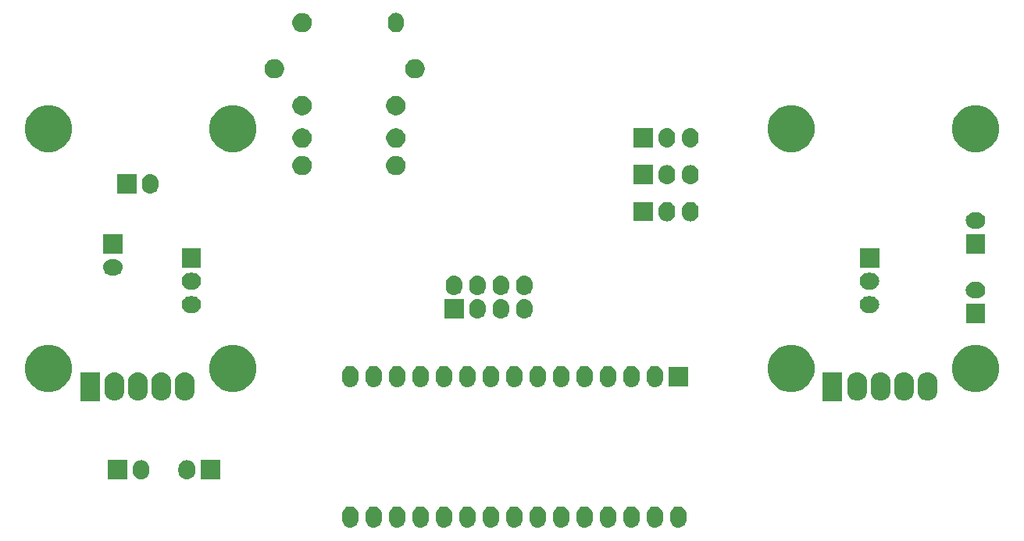
<source format=gbr>
G04 #@! TF.GenerationSoftware,KiCad,Pcbnew,(5.1.5)-3*
G04 #@! TF.CreationDate,2020-04-14T01:24:30+03:00*
G04 #@! TF.ProjectId,Transmitter,5472616e-736d-4697-9474-65722e6b6963,rev?*
G04 #@! TF.SameCoordinates,Original*
G04 #@! TF.FileFunction,Soldermask,Top*
G04 #@! TF.FilePolarity,Negative*
%FSLAX46Y46*%
G04 Gerber Fmt 4.6, Leading zero omitted, Abs format (unit mm)*
G04 Created by KiCad (PCBNEW (5.1.5)-3) date 2020-04-14 01:24:30*
%MOMM*%
%LPD*%
G04 APERTURE LIST*
%ADD10C,0.100000*%
G04 APERTURE END LIST*
D10*
G36*
X139596627Y-121982037D02*
G01*
X139766466Y-122033557D01*
X139922991Y-122117222D01*
X139958729Y-122146552D01*
X140060186Y-122229814D01*
X140143448Y-122331271D01*
X140172778Y-122367009D01*
X140256443Y-122523534D01*
X140307963Y-122693373D01*
X140321000Y-122825742D01*
X140321000Y-123414258D01*
X140307963Y-123546627D01*
X140256443Y-123716466D01*
X140172778Y-123872991D01*
X140143448Y-123908729D01*
X140060186Y-124010186D01*
X139922989Y-124122779D01*
X139766467Y-124206442D01*
X139766465Y-124206443D01*
X139596626Y-124257963D01*
X139420000Y-124275359D01*
X139243373Y-124257963D01*
X139073534Y-124206443D01*
X138917009Y-124122778D01*
X138881271Y-124093448D01*
X138779814Y-124010186D01*
X138667221Y-123872989D01*
X138583558Y-123716467D01*
X138583557Y-123716465D01*
X138532037Y-123546626D01*
X138519000Y-123414257D01*
X138519000Y-122825742D01*
X138532037Y-122693373D01*
X138583557Y-122523534D01*
X138667223Y-122367009D01*
X138779815Y-122229814D01*
X138881272Y-122146552D01*
X138917010Y-122117222D01*
X139073535Y-122033557D01*
X139243374Y-121982037D01*
X139420000Y-121964641D01*
X139596627Y-121982037D01*
G37*
G36*
X129436627Y-121982037D02*
G01*
X129606466Y-122033557D01*
X129762991Y-122117222D01*
X129798729Y-122146552D01*
X129900186Y-122229814D01*
X129983448Y-122331271D01*
X130012778Y-122367009D01*
X130096443Y-122523534D01*
X130147963Y-122693373D01*
X130161000Y-122825742D01*
X130161000Y-123414258D01*
X130147963Y-123546627D01*
X130096443Y-123716466D01*
X130012778Y-123872991D01*
X129983448Y-123908729D01*
X129900186Y-124010186D01*
X129762989Y-124122779D01*
X129606467Y-124206442D01*
X129606465Y-124206443D01*
X129436626Y-124257963D01*
X129260000Y-124275359D01*
X129083373Y-124257963D01*
X128913534Y-124206443D01*
X128757009Y-124122778D01*
X128721271Y-124093448D01*
X128619814Y-124010186D01*
X128507221Y-123872989D01*
X128423558Y-123716467D01*
X128423557Y-123716465D01*
X128372037Y-123546626D01*
X128359000Y-123414257D01*
X128359000Y-122825742D01*
X128372037Y-122693373D01*
X128423557Y-122523534D01*
X128507223Y-122367009D01*
X128619815Y-122229814D01*
X128721272Y-122146552D01*
X128757010Y-122117222D01*
X128913535Y-122033557D01*
X129083374Y-121982037D01*
X129260000Y-121964641D01*
X129436627Y-121982037D01*
G37*
G36*
X126896627Y-121982037D02*
G01*
X127066466Y-122033557D01*
X127222991Y-122117222D01*
X127258729Y-122146552D01*
X127360186Y-122229814D01*
X127443448Y-122331271D01*
X127472778Y-122367009D01*
X127556443Y-122523534D01*
X127607963Y-122693373D01*
X127621000Y-122825742D01*
X127621000Y-123414258D01*
X127607963Y-123546627D01*
X127556443Y-123716466D01*
X127472778Y-123872991D01*
X127443448Y-123908729D01*
X127360186Y-124010186D01*
X127222989Y-124122779D01*
X127066467Y-124206442D01*
X127066465Y-124206443D01*
X126896626Y-124257963D01*
X126720000Y-124275359D01*
X126543373Y-124257963D01*
X126373534Y-124206443D01*
X126217009Y-124122778D01*
X126181271Y-124093448D01*
X126079814Y-124010186D01*
X125967221Y-123872989D01*
X125883558Y-123716467D01*
X125883557Y-123716465D01*
X125832037Y-123546626D01*
X125819000Y-123414257D01*
X125819000Y-122825742D01*
X125832037Y-122693373D01*
X125883557Y-122523534D01*
X125967223Y-122367009D01*
X126079815Y-122229814D01*
X126181272Y-122146552D01*
X126217010Y-122117222D01*
X126373535Y-122033557D01*
X126543374Y-121982037D01*
X126720000Y-121964641D01*
X126896627Y-121982037D01*
G37*
G36*
X131976627Y-121982037D02*
G01*
X132146466Y-122033557D01*
X132302991Y-122117222D01*
X132338729Y-122146552D01*
X132440186Y-122229814D01*
X132523448Y-122331271D01*
X132552778Y-122367009D01*
X132636443Y-122523534D01*
X132687963Y-122693373D01*
X132701000Y-122825742D01*
X132701000Y-123414258D01*
X132687963Y-123546627D01*
X132636443Y-123716466D01*
X132552778Y-123872991D01*
X132523448Y-123908729D01*
X132440186Y-124010186D01*
X132302989Y-124122779D01*
X132146467Y-124206442D01*
X132146465Y-124206443D01*
X131976626Y-124257963D01*
X131800000Y-124275359D01*
X131623373Y-124257963D01*
X131453534Y-124206443D01*
X131297009Y-124122778D01*
X131261271Y-124093448D01*
X131159814Y-124010186D01*
X131047221Y-123872989D01*
X130963558Y-123716467D01*
X130963557Y-123716465D01*
X130912037Y-123546626D01*
X130899000Y-123414257D01*
X130899000Y-122825742D01*
X130912037Y-122693373D01*
X130963557Y-122523534D01*
X131047223Y-122367009D01*
X131159815Y-122229814D01*
X131261272Y-122146552D01*
X131297010Y-122117222D01*
X131453535Y-122033557D01*
X131623374Y-121982037D01*
X131800000Y-121964641D01*
X131976627Y-121982037D01*
G37*
G36*
X134516627Y-121982037D02*
G01*
X134686466Y-122033557D01*
X134842991Y-122117222D01*
X134878729Y-122146552D01*
X134980186Y-122229814D01*
X135063448Y-122331271D01*
X135092778Y-122367009D01*
X135176443Y-122523534D01*
X135227963Y-122693373D01*
X135241000Y-122825742D01*
X135241000Y-123414258D01*
X135227963Y-123546627D01*
X135176443Y-123716466D01*
X135092778Y-123872991D01*
X135063448Y-123908729D01*
X134980186Y-124010186D01*
X134842989Y-124122779D01*
X134686467Y-124206442D01*
X134686465Y-124206443D01*
X134516626Y-124257963D01*
X134340000Y-124275359D01*
X134163373Y-124257963D01*
X133993534Y-124206443D01*
X133837009Y-124122778D01*
X133801271Y-124093448D01*
X133699814Y-124010186D01*
X133587221Y-123872989D01*
X133503558Y-123716467D01*
X133503557Y-123716465D01*
X133452037Y-123546626D01*
X133439000Y-123414257D01*
X133439000Y-122825742D01*
X133452037Y-122693373D01*
X133503557Y-122523534D01*
X133587223Y-122367009D01*
X133699815Y-122229814D01*
X133801272Y-122146552D01*
X133837010Y-122117222D01*
X133993535Y-122033557D01*
X134163374Y-121982037D01*
X134340000Y-121964641D01*
X134516627Y-121982037D01*
G37*
G36*
X137056627Y-121982037D02*
G01*
X137226466Y-122033557D01*
X137382991Y-122117222D01*
X137418729Y-122146552D01*
X137520186Y-122229814D01*
X137603448Y-122331271D01*
X137632778Y-122367009D01*
X137716443Y-122523534D01*
X137767963Y-122693373D01*
X137781000Y-122825742D01*
X137781000Y-123414258D01*
X137767963Y-123546627D01*
X137716443Y-123716466D01*
X137632778Y-123872991D01*
X137603448Y-123908729D01*
X137520186Y-124010186D01*
X137382989Y-124122779D01*
X137226467Y-124206442D01*
X137226465Y-124206443D01*
X137056626Y-124257963D01*
X136880000Y-124275359D01*
X136703373Y-124257963D01*
X136533534Y-124206443D01*
X136377009Y-124122778D01*
X136341271Y-124093448D01*
X136239814Y-124010186D01*
X136127221Y-123872989D01*
X136043558Y-123716467D01*
X136043557Y-123716465D01*
X135992037Y-123546626D01*
X135979000Y-123414257D01*
X135979000Y-122825742D01*
X135992037Y-122693373D01*
X136043557Y-122523534D01*
X136127223Y-122367009D01*
X136239815Y-122229814D01*
X136341272Y-122146552D01*
X136377010Y-122117222D01*
X136533535Y-122033557D01*
X136703374Y-121982037D01*
X136880000Y-121964641D01*
X137056627Y-121982037D01*
G37*
G36*
X142136627Y-121982037D02*
G01*
X142306466Y-122033557D01*
X142462991Y-122117222D01*
X142498729Y-122146552D01*
X142600186Y-122229814D01*
X142683448Y-122331271D01*
X142712778Y-122367009D01*
X142796443Y-122523534D01*
X142847963Y-122693373D01*
X142861000Y-122825742D01*
X142861000Y-123414258D01*
X142847963Y-123546627D01*
X142796443Y-123716466D01*
X142712778Y-123872991D01*
X142683448Y-123908729D01*
X142600186Y-124010186D01*
X142462989Y-124122779D01*
X142306467Y-124206442D01*
X142306465Y-124206443D01*
X142136626Y-124257963D01*
X141960000Y-124275359D01*
X141783373Y-124257963D01*
X141613534Y-124206443D01*
X141457009Y-124122778D01*
X141421271Y-124093448D01*
X141319814Y-124010186D01*
X141207221Y-123872989D01*
X141123558Y-123716467D01*
X141123557Y-123716465D01*
X141072037Y-123546626D01*
X141059000Y-123414257D01*
X141059000Y-122825742D01*
X141072037Y-122693373D01*
X141123557Y-122523534D01*
X141207223Y-122367009D01*
X141319815Y-122229814D01*
X141421272Y-122146552D01*
X141457010Y-122117222D01*
X141613535Y-122033557D01*
X141783374Y-121982037D01*
X141960000Y-121964641D01*
X142136627Y-121982037D01*
G37*
G36*
X144676627Y-121982037D02*
G01*
X144846466Y-122033557D01*
X145002991Y-122117222D01*
X145038729Y-122146552D01*
X145140186Y-122229814D01*
X145223448Y-122331271D01*
X145252778Y-122367009D01*
X145336443Y-122523534D01*
X145387963Y-122693373D01*
X145401000Y-122825742D01*
X145401000Y-123414258D01*
X145387963Y-123546627D01*
X145336443Y-123716466D01*
X145252778Y-123872991D01*
X145223448Y-123908729D01*
X145140186Y-124010186D01*
X145002989Y-124122779D01*
X144846467Y-124206442D01*
X144846465Y-124206443D01*
X144676626Y-124257963D01*
X144500000Y-124275359D01*
X144323373Y-124257963D01*
X144153534Y-124206443D01*
X143997009Y-124122778D01*
X143961271Y-124093448D01*
X143859814Y-124010186D01*
X143747221Y-123872989D01*
X143663558Y-123716467D01*
X143663557Y-123716465D01*
X143612037Y-123546626D01*
X143599000Y-123414257D01*
X143599000Y-122825742D01*
X143612037Y-122693373D01*
X143663557Y-122523534D01*
X143747223Y-122367009D01*
X143859815Y-122229814D01*
X143961272Y-122146552D01*
X143997010Y-122117222D01*
X144153535Y-122033557D01*
X144323374Y-121982037D01*
X144500000Y-121964641D01*
X144676627Y-121982037D01*
G37*
G36*
X147216627Y-121982037D02*
G01*
X147386466Y-122033557D01*
X147542991Y-122117222D01*
X147578729Y-122146552D01*
X147680186Y-122229814D01*
X147763448Y-122331271D01*
X147792778Y-122367009D01*
X147876443Y-122523534D01*
X147927963Y-122693373D01*
X147941000Y-122825742D01*
X147941000Y-123414258D01*
X147927963Y-123546627D01*
X147876443Y-123716466D01*
X147792778Y-123872991D01*
X147763448Y-123908729D01*
X147680186Y-124010186D01*
X147542989Y-124122779D01*
X147386467Y-124206442D01*
X147386465Y-124206443D01*
X147216626Y-124257963D01*
X147040000Y-124275359D01*
X146863373Y-124257963D01*
X146693534Y-124206443D01*
X146537009Y-124122778D01*
X146501271Y-124093448D01*
X146399814Y-124010186D01*
X146287221Y-123872989D01*
X146203558Y-123716467D01*
X146203557Y-123716465D01*
X146152037Y-123546626D01*
X146139000Y-123414257D01*
X146139000Y-122825742D01*
X146152037Y-122693373D01*
X146203557Y-122523534D01*
X146287223Y-122367009D01*
X146399815Y-122229814D01*
X146501272Y-122146552D01*
X146537010Y-122117222D01*
X146693535Y-122033557D01*
X146863374Y-121982037D01*
X147040000Y-121964641D01*
X147216627Y-121982037D01*
G37*
G36*
X149756627Y-121982037D02*
G01*
X149926466Y-122033557D01*
X150082991Y-122117222D01*
X150118729Y-122146552D01*
X150220186Y-122229814D01*
X150303448Y-122331271D01*
X150332778Y-122367009D01*
X150416443Y-122523534D01*
X150467963Y-122693373D01*
X150481000Y-122825742D01*
X150481000Y-123414258D01*
X150467963Y-123546627D01*
X150416443Y-123716466D01*
X150332778Y-123872991D01*
X150303448Y-123908729D01*
X150220186Y-124010186D01*
X150082989Y-124122779D01*
X149926467Y-124206442D01*
X149926465Y-124206443D01*
X149756626Y-124257963D01*
X149580000Y-124275359D01*
X149403373Y-124257963D01*
X149233534Y-124206443D01*
X149077009Y-124122778D01*
X149041271Y-124093448D01*
X148939814Y-124010186D01*
X148827221Y-123872989D01*
X148743558Y-123716467D01*
X148743557Y-123716465D01*
X148692037Y-123546626D01*
X148679000Y-123414257D01*
X148679000Y-122825742D01*
X148692037Y-122693373D01*
X148743557Y-122523534D01*
X148827223Y-122367009D01*
X148939815Y-122229814D01*
X149041272Y-122146552D01*
X149077010Y-122117222D01*
X149233535Y-122033557D01*
X149403374Y-121982037D01*
X149580000Y-121964641D01*
X149756627Y-121982037D01*
G37*
G36*
X152296627Y-121982037D02*
G01*
X152466466Y-122033557D01*
X152622991Y-122117222D01*
X152658729Y-122146552D01*
X152760186Y-122229814D01*
X152843448Y-122331271D01*
X152872778Y-122367009D01*
X152956443Y-122523534D01*
X153007963Y-122693373D01*
X153021000Y-122825742D01*
X153021000Y-123414258D01*
X153007963Y-123546627D01*
X152956443Y-123716466D01*
X152872778Y-123872991D01*
X152843448Y-123908729D01*
X152760186Y-124010186D01*
X152622989Y-124122779D01*
X152466467Y-124206442D01*
X152466465Y-124206443D01*
X152296626Y-124257963D01*
X152120000Y-124275359D01*
X151943373Y-124257963D01*
X151773534Y-124206443D01*
X151617009Y-124122778D01*
X151581271Y-124093448D01*
X151479814Y-124010186D01*
X151367221Y-123872989D01*
X151283558Y-123716467D01*
X151283557Y-123716465D01*
X151232037Y-123546626D01*
X151219000Y-123414257D01*
X151219000Y-122825742D01*
X151232037Y-122693373D01*
X151283557Y-122523534D01*
X151367223Y-122367009D01*
X151479815Y-122229814D01*
X151581272Y-122146552D01*
X151617010Y-122117222D01*
X151773535Y-122033557D01*
X151943374Y-121982037D01*
X152120000Y-121964641D01*
X152296627Y-121982037D01*
G37*
G36*
X154836627Y-121982037D02*
G01*
X155006466Y-122033557D01*
X155162991Y-122117222D01*
X155198729Y-122146552D01*
X155300186Y-122229814D01*
X155383448Y-122331271D01*
X155412778Y-122367009D01*
X155496443Y-122523534D01*
X155547963Y-122693373D01*
X155561000Y-122825742D01*
X155561000Y-123414258D01*
X155547963Y-123546627D01*
X155496443Y-123716466D01*
X155412778Y-123872991D01*
X155383448Y-123908729D01*
X155300186Y-124010186D01*
X155162989Y-124122779D01*
X155006467Y-124206442D01*
X155006465Y-124206443D01*
X154836626Y-124257963D01*
X154660000Y-124275359D01*
X154483373Y-124257963D01*
X154313534Y-124206443D01*
X154157009Y-124122778D01*
X154121271Y-124093448D01*
X154019814Y-124010186D01*
X153907221Y-123872989D01*
X153823558Y-123716467D01*
X153823557Y-123716465D01*
X153772037Y-123546626D01*
X153759000Y-123414257D01*
X153759000Y-122825742D01*
X153772037Y-122693373D01*
X153823557Y-122523534D01*
X153907223Y-122367009D01*
X154019815Y-122229814D01*
X154121272Y-122146552D01*
X154157010Y-122117222D01*
X154313535Y-122033557D01*
X154483374Y-121982037D01*
X154660000Y-121964641D01*
X154836627Y-121982037D01*
G37*
G36*
X157376627Y-121982037D02*
G01*
X157546466Y-122033557D01*
X157702991Y-122117222D01*
X157738729Y-122146552D01*
X157840186Y-122229814D01*
X157923448Y-122331271D01*
X157952778Y-122367009D01*
X158036443Y-122523534D01*
X158087963Y-122693373D01*
X158101000Y-122825742D01*
X158101000Y-123414258D01*
X158087963Y-123546627D01*
X158036443Y-123716466D01*
X157952778Y-123872991D01*
X157923448Y-123908729D01*
X157840186Y-124010186D01*
X157702989Y-124122779D01*
X157546467Y-124206442D01*
X157546465Y-124206443D01*
X157376626Y-124257963D01*
X157200000Y-124275359D01*
X157023373Y-124257963D01*
X156853534Y-124206443D01*
X156697009Y-124122778D01*
X156661271Y-124093448D01*
X156559814Y-124010186D01*
X156447221Y-123872989D01*
X156363558Y-123716467D01*
X156363557Y-123716465D01*
X156312037Y-123546626D01*
X156299000Y-123414257D01*
X156299000Y-122825742D01*
X156312037Y-122693373D01*
X156363557Y-122523534D01*
X156447223Y-122367009D01*
X156559815Y-122229814D01*
X156661272Y-122146552D01*
X156697010Y-122117222D01*
X156853535Y-122033557D01*
X157023374Y-121982037D01*
X157200000Y-121964641D01*
X157376627Y-121982037D01*
G37*
G36*
X159916627Y-121982037D02*
G01*
X160086466Y-122033557D01*
X160242991Y-122117222D01*
X160278729Y-122146552D01*
X160380186Y-122229814D01*
X160463448Y-122331271D01*
X160492778Y-122367009D01*
X160576443Y-122523534D01*
X160627963Y-122693373D01*
X160641000Y-122825742D01*
X160641000Y-123414258D01*
X160627963Y-123546627D01*
X160576443Y-123716466D01*
X160492778Y-123872991D01*
X160463448Y-123908729D01*
X160380186Y-124010186D01*
X160242989Y-124122779D01*
X160086467Y-124206442D01*
X160086465Y-124206443D01*
X159916626Y-124257963D01*
X159740000Y-124275359D01*
X159563373Y-124257963D01*
X159393534Y-124206443D01*
X159237009Y-124122778D01*
X159201271Y-124093448D01*
X159099814Y-124010186D01*
X158987221Y-123872989D01*
X158903558Y-123716467D01*
X158903557Y-123716465D01*
X158852037Y-123546626D01*
X158839000Y-123414257D01*
X158839000Y-122825742D01*
X158852037Y-122693373D01*
X158903557Y-122523534D01*
X158987223Y-122367009D01*
X159099815Y-122229814D01*
X159201272Y-122146552D01*
X159237010Y-122117222D01*
X159393535Y-122033557D01*
X159563374Y-121982037D01*
X159740000Y-121964641D01*
X159916627Y-121982037D01*
G37*
G36*
X162456627Y-121982037D02*
G01*
X162626466Y-122033557D01*
X162782991Y-122117222D01*
X162818729Y-122146552D01*
X162920186Y-122229814D01*
X163003448Y-122331271D01*
X163032778Y-122367009D01*
X163116443Y-122523534D01*
X163167963Y-122693373D01*
X163181000Y-122825742D01*
X163181000Y-123414258D01*
X163167963Y-123546627D01*
X163116443Y-123716466D01*
X163032778Y-123872991D01*
X163003448Y-123908729D01*
X162920186Y-124010186D01*
X162782989Y-124122779D01*
X162626467Y-124206442D01*
X162626465Y-124206443D01*
X162456626Y-124257963D01*
X162280000Y-124275359D01*
X162103373Y-124257963D01*
X161933534Y-124206443D01*
X161777009Y-124122778D01*
X161741271Y-124093448D01*
X161639814Y-124010186D01*
X161527221Y-123872989D01*
X161443558Y-123716467D01*
X161443557Y-123716465D01*
X161392037Y-123546626D01*
X161379000Y-123414257D01*
X161379000Y-122825742D01*
X161392037Y-122693373D01*
X161443557Y-122523534D01*
X161527223Y-122367009D01*
X161639815Y-122229814D01*
X161741272Y-122146552D01*
X161777010Y-122117222D01*
X161933535Y-122033557D01*
X162103374Y-121982037D01*
X162280000Y-121964641D01*
X162456627Y-121982037D01*
G37*
G36*
X109176627Y-116962037D02*
G01*
X109346466Y-117013557D01*
X109502991Y-117097222D01*
X109538729Y-117126552D01*
X109640186Y-117209814D01*
X109723448Y-117311271D01*
X109752778Y-117347009D01*
X109836443Y-117503534D01*
X109887963Y-117673374D01*
X109901000Y-117805743D01*
X109901000Y-118194258D01*
X109887963Y-118326627D01*
X109836443Y-118496466D01*
X109752778Y-118652991D01*
X109723448Y-118688729D01*
X109640186Y-118790186D01*
X109502989Y-118902779D01*
X109346467Y-118986442D01*
X109346465Y-118986443D01*
X109176626Y-119037963D01*
X109000000Y-119055359D01*
X108823373Y-119037963D01*
X108653534Y-118986443D01*
X108497009Y-118902778D01*
X108461271Y-118873448D01*
X108359814Y-118790186D01*
X108247221Y-118652989D01*
X108163558Y-118496467D01*
X108163557Y-118496465D01*
X108112037Y-118326626D01*
X108099000Y-118194257D01*
X108099000Y-117805742D01*
X108112037Y-117673373D01*
X108163557Y-117503534D01*
X108247222Y-117347009D01*
X108359815Y-117209815D01*
X108497010Y-117097222D01*
X108653535Y-117013557D01*
X108823374Y-116962037D01*
X109000000Y-116944641D01*
X109176627Y-116962037D01*
G37*
G36*
X104216626Y-116962037D02*
G01*
X104386465Y-117013557D01*
X104386467Y-117013558D01*
X104542989Y-117097221D01*
X104680186Y-117209814D01*
X104763448Y-117311271D01*
X104792778Y-117347009D01*
X104876443Y-117503534D01*
X104927963Y-117673373D01*
X104941000Y-117805742D01*
X104941000Y-118194257D01*
X104927963Y-118326626D01*
X104876443Y-118496466D01*
X104792778Y-118652991D01*
X104763448Y-118688729D01*
X104680186Y-118790186D01*
X104578729Y-118873448D01*
X104542991Y-118902778D01*
X104386466Y-118986443D01*
X104216627Y-119037963D01*
X104040000Y-119055359D01*
X103863374Y-119037963D01*
X103693535Y-118986443D01*
X103537010Y-118902778D01*
X103399815Y-118790185D01*
X103287222Y-118652991D01*
X103203557Y-118496466D01*
X103152037Y-118326627D01*
X103139000Y-118194258D01*
X103139000Y-117805743D01*
X103152037Y-117673374D01*
X103203557Y-117503535D01*
X103287222Y-117347010D01*
X103287223Y-117347009D01*
X103399814Y-117209814D01*
X103501271Y-117126552D01*
X103537009Y-117097222D01*
X103693534Y-117013557D01*
X103863373Y-116962037D01*
X104040000Y-116944641D01*
X104216626Y-116962037D01*
G37*
G36*
X112591000Y-119051000D02*
G01*
X110489000Y-119051000D01*
X110489000Y-116949000D01*
X112591000Y-116949000D01*
X112591000Y-119051000D01*
G37*
G36*
X102551000Y-119051000D02*
G01*
X100449000Y-119051000D01*
X100449000Y-116949000D01*
X102551000Y-116949000D01*
X102551000Y-119051000D01*
G37*
G36*
X99551000Y-110551000D02*
G01*
X97449000Y-110551000D01*
X97449000Y-107449000D01*
X99551000Y-107449000D01*
X99551000Y-110551000D01*
G37*
G36*
X180051000Y-110551000D02*
G01*
X177949000Y-110551000D01*
X177949000Y-107449000D01*
X180051000Y-107449000D01*
X180051000Y-110551000D01*
G37*
G36*
X186946031Y-107424207D02*
G01*
X187144145Y-107484305D01*
X187144148Y-107484306D01*
X187210030Y-107519521D01*
X187326729Y-107581897D01*
X187486765Y-107713235D01*
X187618103Y-107873271D01*
X187618104Y-107873273D01*
X187715694Y-108055851D01*
X187715694Y-108055852D01*
X187715695Y-108055854D01*
X187775793Y-108253968D01*
X187791000Y-108408370D01*
X187791000Y-109511630D01*
X187775793Y-109666032D01*
X187715695Y-109864146D01*
X187715694Y-109864149D01*
X187663939Y-109960975D01*
X187618103Y-110046729D01*
X187486765Y-110206765D01*
X187326729Y-110338103D01*
X187240975Y-110383939D01*
X187144149Y-110435694D01*
X187144146Y-110435695D01*
X186946032Y-110495793D01*
X186740000Y-110516085D01*
X186533969Y-110495793D01*
X186335855Y-110435695D01*
X186335852Y-110435694D01*
X186239026Y-110383939D01*
X186153272Y-110338103D01*
X185993236Y-110206765D01*
X185861898Y-110046729D01*
X185839184Y-110004234D01*
X185764305Y-109864147D01*
X185704207Y-109666030D01*
X185689000Y-109511631D01*
X185689000Y-108408370D01*
X185704207Y-108253971D01*
X185704207Y-108253969D01*
X185764305Y-108055855D01*
X185764306Y-108055852D01*
X185799521Y-107989970D01*
X185861897Y-107873271D01*
X185993235Y-107713235D01*
X186153271Y-107581897D01*
X186239025Y-107536061D01*
X186335851Y-107484306D01*
X186335854Y-107484305D01*
X186533968Y-107424207D01*
X186740000Y-107403915D01*
X186946031Y-107424207D01*
G37*
G36*
X189486031Y-107424207D02*
G01*
X189684145Y-107484305D01*
X189684148Y-107484306D01*
X189750030Y-107519521D01*
X189866729Y-107581897D01*
X190026765Y-107713235D01*
X190158103Y-107873271D01*
X190158104Y-107873273D01*
X190255694Y-108055851D01*
X190255694Y-108055852D01*
X190255695Y-108055854D01*
X190315793Y-108253968D01*
X190331000Y-108408370D01*
X190331000Y-109511630D01*
X190315793Y-109666032D01*
X190255695Y-109864146D01*
X190255694Y-109864149D01*
X190203939Y-109960975D01*
X190158103Y-110046729D01*
X190026765Y-110206765D01*
X189866729Y-110338103D01*
X189780975Y-110383939D01*
X189684149Y-110435694D01*
X189684146Y-110435695D01*
X189486032Y-110495793D01*
X189280000Y-110516085D01*
X189073969Y-110495793D01*
X188875855Y-110435695D01*
X188875852Y-110435694D01*
X188779026Y-110383939D01*
X188693272Y-110338103D01*
X188533236Y-110206765D01*
X188401898Y-110046729D01*
X188379184Y-110004234D01*
X188304305Y-109864147D01*
X188244207Y-109666030D01*
X188229000Y-109511631D01*
X188229000Y-108408370D01*
X188244207Y-108253971D01*
X188244207Y-108253969D01*
X188304305Y-108055855D01*
X188304306Y-108055852D01*
X188339521Y-107989970D01*
X188401897Y-107873271D01*
X188533235Y-107713235D01*
X188693271Y-107581897D01*
X188779025Y-107536061D01*
X188875851Y-107484306D01*
X188875854Y-107484305D01*
X189073968Y-107424207D01*
X189280000Y-107403915D01*
X189486031Y-107424207D01*
G37*
G36*
X184406031Y-107424207D02*
G01*
X184604145Y-107484305D01*
X184604148Y-107484306D01*
X184670030Y-107519521D01*
X184786729Y-107581897D01*
X184946765Y-107713235D01*
X185078103Y-107873271D01*
X185078104Y-107873273D01*
X185175694Y-108055851D01*
X185175694Y-108055852D01*
X185175695Y-108055854D01*
X185235793Y-108253968D01*
X185251000Y-108408370D01*
X185251000Y-109511630D01*
X185235793Y-109666032D01*
X185175695Y-109864146D01*
X185175694Y-109864149D01*
X185123939Y-109960975D01*
X185078103Y-110046729D01*
X184946765Y-110206765D01*
X184786729Y-110338103D01*
X184700975Y-110383939D01*
X184604149Y-110435694D01*
X184604146Y-110435695D01*
X184406032Y-110495793D01*
X184200000Y-110516085D01*
X183993969Y-110495793D01*
X183795855Y-110435695D01*
X183795852Y-110435694D01*
X183699026Y-110383939D01*
X183613272Y-110338103D01*
X183453236Y-110206765D01*
X183321898Y-110046729D01*
X183299184Y-110004234D01*
X183224305Y-109864147D01*
X183164207Y-109666030D01*
X183149000Y-109511631D01*
X183149000Y-108408370D01*
X183164207Y-108253971D01*
X183164207Y-108253969D01*
X183224305Y-108055855D01*
X183224306Y-108055852D01*
X183259521Y-107989970D01*
X183321897Y-107873271D01*
X183453235Y-107713235D01*
X183613271Y-107581897D01*
X183699025Y-107536061D01*
X183795851Y-107484306D01*
X183795854Y-107484305D01*
X183993968Y-107424207D01*
X184200000Y-107403915D01*
X184406031Y-107424207D01*
G37*
G36*
X181866031Y-107424207D02*
G01*
X182064145Y-107484305D01*
X182064148Y-107484306D01*
X182130030Y-107519521D01*
X182246729Y-107581897D01*
X182406765Y-107713235D01*
X182538103Y-107873271D01*
X182538104Y-107873273D01*
X182635694Y-108055851D01*
X182635694Y-108055852D01*
X182635695Y-108055854D01*
X182695793Y-108253968D01*
X182711000Y-108408370D01*
X182711000Y-109511630D01*
X182695793Y-109666032D01*
X182635695Y-109864146D01*
X182635694Y-109864149D01*
X182583939Y-109960975D01*
X182538103Y-110046729D01*
X182406765Y-110206765D01*
X182246729Y-110338103D01*
X182160975Y-110383939D01*
X182064149Y-110435694D01*
X182064146Y-110435695D01*
X181866032Y-110495793D01*
X181660000Y-110516085D01*
X181453969Y-110495793D01*
X181255855Y-110435695D01*
X181255852Y-110435694D01*
X181159026Y-110383939D01*
X181073272Y-110338103D01*
X180913236Y-110206765D01*
X180781898Y-110046729D01*
X180759184Y-110004234D01*
X180684305Y-109864147D01*
X180624207Y-109666030D01*
X180609000Y-109511631D01*
X180609000Y-108408370D01*
X180624207Y-108253971D01*
X180624207Y-108253969D01*
X180684305Y-108055855D01*
X180684306Y-108055852D01*
X180719521Y-107989970D01*
X180781897Y-107873271D01*
X180913235Y-107713235D01*
X181073271Y-107581897D01*
X181159025Y-107536061D01*
X181255851Y-107484306D01*
X181255854Y-107484305D01*
X181453968Y-107424207D01*
X181660000Y-107403915D01*
X181866031Y-107424207D01*
G37*
G36*
X108986031Y-107424207D02*
G01*
X109184145Y-107484305D01*
X109184148Y-107484306D01*
X109250030Y-107519521D01*
X109366729Y-107581897D01*
X109526765Y-107713235D01*
X109658103Y-107873271D01*
X109658104Y-107873273D01*
X109755694Y-108055851D01*
X109755694Y-108055852D01*
X109755695Y-108055854D01*
X109815793Y-108253968D01*
X109831000Y-108408370D01*
X109831000Y-109511630D01*
X109815793Y-109666032D01*
X109755695Y-109864146D01*
X109755694Y-109864149D01*
X109703939Y-109960975D01*
X109658103Y-110046729D01*
X109526765Y-110206765D01*
X109366729Y-110338103D01*
X109280975Y-110383939D01*
X109184149Y-110435694D01*
X109184146Y-110435695D01*
X108986032Y-110495793D01*
X108780000Y-110516085D01*
X108573969Y-110495793D01*
X108375855Y-110435695D01*
X108375852Y-110435694D01*
X108279026Y-110383939D01*
X108193272Y-110338103D01*
X108033236Y-110206765D01*
X107901898Y-110046729D01*
X107879184Y-110004235D01*
X107804305Y-109864147D01*
X107744207Y-109666030D01*
X107729000Y-109511631D01*
X107729000Y-108408370D01*
X107744207Y-108253971D01*
X107744207Y-108253969D01*
X107804305Y-108055855D01*
X107804306Y-108055852D01*
X107839521Y-107989970D01*
X107901897Y-107873271D01*
X108033235Y-107713235D01*
X108193271Y-107581897D01*
X108279025Y-107536061D01*
X108375851Y-107484306D01*
X108375854Y-107484305D01*
X108573968Y-107424207D01*
X108780000Y-107403915D01*
X108986031Y-107424207D01*
G37*
G36*
X106446031Y-107424207D02*
G01*
X106644145Y-107484305D01*
X106644148Y-107484306D01*
X106710030Y-107519521D01*
X106826729Y-107581897D01*
X106986765Y-107713235D01*
X107118103Y-107873271D01*
X107118104Y-107873273D01*
X107215694Y-108055851D01*
X107215694Y-108055852D01*
X107215695Y-108055854D01*
X107275793Y-108253968D01*
X107291000Y-108408370D01*
X107291000Y-109511630D01*
X107275793Y-109666032D01*
X107215695Y-109864146D01*
X107215694Y-109864149D01*
X107163939Y-109960975D01*
X107118103Y-110046729D01*
X106986765Y-110206765D01*
X106826729Y-110338103D01*
X106740975Y-110383939D01*
X106644149Y-110435694D01*
X106644146Y-110435695D01*
X106446032Y-110495793D01*
X106240000Y-110516085D01*
X106033969Y-110495793D01*
X105835855Y-110435695D01*
X105835852Y-110435694D01*
X105739026Y-110383939D01*
X105653272Y-110338103D01*
X105493236Y-110206765D01*
X105361898Y-110046729D01*
X105339184Y-110004235D01*
X105264305Y-109864147D01*
X105204207Y-109666030D01*
X105189000Y-109511631D01*
X105189000Y-108408370D01*
X105204207Y-108253971D01*
X105204207Y-108253969D01*
X105264305Y-108055855D01*
X105264306Y-108055852D01*
X105299521Y-107989970D01*
X105361897Y-107873271D01*
X105493235Y-107713235D01*
X105653271Y-107581897D01*
X105739025Y-107536061D01*
X105835851Y-107484306D01*
X105835854Y-107484305D01*
X106033968Y-107424207D01*
X106240000Y-107403915D01*
X106446031Y-107424207D01*
G37*
G36*
X103906031Y-107424207D02*
G01*
X104104145Y-107484305D01*
X104104148Y-107484306D01*
X104170030Y-107519521D01*
X104286729Y-107581897D01*
X104446765Y-107713235D01*
X104578103Y-107873271D01*
X104578104Y-107873273D01*
X104675694Y-108055851D01*
X104675694Y-108055852D01*
X104675695Y-108055854D01*
X104735793Y-108253968D01*
X104751000Y-108408370D01*
X104751000Y-109511630D01*
X104735793Y-109666032D01*
X104675695Y-109864146D01*
X104675694Y-109864149D01*
X104623939Y-109960975D01*
X104578103Y-110046729D01*
X104446765Y-110206765D01*
X104286729Y-110338103D01*
X104200975Y-110383939D01*
X104104149Y-110435694D01*
X104104146Y-110435695D01*
X103906032Y-110495793D01*
X103700000Y-110516085D01*
X103493969Y-110495793D01*
X103295855Y-110435695D01*
X103295852Y-110435694D01*
X103199026Y-110383939D01*
X103113272Y-110338103D01*
X102953236Y-110206765D01*
X102821898Y-110046729D01*
X102799184Y-110004235D01*
X102724305Y-109864147D01*
X102664207Y-109666030D01*
X102649000Y-109511631D01*
X102649000Y-108408370D01*
X102664207Y-108253971D01*
X102664207Y-108253969D01*
X102724305Y-108055855D01*
X102724306Y-108055852D01*
X102759521Y-107989970D01*
X102821897Y-107873271D01*
X102953235Y-107713235D01*
X103113271Y-107581897D01*
X103199025Y-107536061D01*
X103295851Y-107484306D01*
X103295854Y-107484305D01*
X103493968Y-107424207D01*
X103700000Y-107403915D01*
X103906031Y-107424207D01*
G37*
G36*
X101366031Y-107424207D02*
G01*
X101564145Y-107484305D01*
X101564148Y-107484306D01*
X101630030Y-107519521D01*
X101746729Y-107581897D01*
X101906765Y-107713235D01*
X102038103Y-107873271D01*
X102038104Y-107873273D01*
X102135694Y-108055851D01*
X102135694Y-108055852D01*
X102135695Y-108055854D01*
X102195793Y-108253968D01*
X102211000Y-108408370D01*
X102211000Y-109511630D01*
X102195793Y-109666032D01*
X102135695Y-109864146D01*
X102135694Y-109864149D01*
X102083939Y-109960975D01*
X102038103Y-110046729D01*
X101906765Y-110206765D01*
X101746729Y-110338103D01*
X101660975Y-110383939D01*
X101564149Y-110435694D01*
X101564146Y-110435695D01*
X101366032Y-110495793D01*
X101160000Y-110516085D01*
X100953969Y-110495793D01*
X100755855Y-110435695D01*
X100755852Y-110435694D01*
X100659026Y-110383939D01*
X100573272Y-110338103D01*
X100413236Y-110206765D01*
X100281898Y-110046729D01*
X100259184Y-110004235D01*
X100184305Y-109864147D01*
X100124207Y-109666030D01*
X100109000Y-109511631D01*
X100109000Y-108408370D01*
X100124207Y-108253971D01*
X100124207Y-108253969D01*
X100184305Y-108055855D01*
X100184306Y-108055852D01*
X100219521Y-107989970D01*
X100281897Y-107873271D01*
X100413235Y-107713235D01*
X100573271Y-107581897D01*
X100659025Y-107536061D01*
X100755851Y-107484306D01*
X100755854Y-107484305D01*
X100953968Y-107424207D01*
X101160000Y-107403915D01*
X101366031Y-107424207D01*
G37*
G36*
X175244098Y-104547033D02*
G01*
X175708350Y-104739332D01*
X175708352Y-104739333D01*
X176126168Y-105018509D01*
X176481491Y-105373832D01*
X176760667Y-105791648D01*
X176760668Y-105791650D01*
X176952967Y-106255902D01*
X177051000Y-106748747D01*
X177051000Y-107251253D01*
X176952967Y-107744098D01*
X176760668Y-108208350D01*
X176760667Y-108208352D01*
X176481491Y-108626168D01*
X176126168Y-108981491D01*
X175708352Y-109260667D01*
X175708351Y-109260668D01*
X175708350Y-109260668D01*
X175244098Y-109452967D01*
X174751253Y-109551000D01*
X174248747Y-109551000D01*
X173755902Y-109452967D01*
X173291650Y-109260668D01*
X173291649Y-109260668D01*
X173291648Y-109260667D01*
X172873832Y-108981491D01*
X172518509Y-108626168D01*
X172239333Y-108208352D01*
X172239332Y-108208350D01*
X172047033Y-107744098D01*
X171949000Y-107251253D01*
X171949000Y-106748747D01*
X172047033Y-106255902D01*
X172239332Y-105791650D01*
X172239333Y-105791648D01*
X172518509Y-105373832D01*
X172873832Y-105018509D01*
X173291648Y-104739333D01*
X173291650Y-104739332D01*
X173755902Y-104547033D01*
X174248747Y-104449000D01*
X174751253Y-104449000D01*
X175244098Y-104547033D01*
G37*
G36*
X94744098Y-104547033D02*
G01*
X95208350Y-104739332D01*
X95208352Y-104739333D01*
X95626168Y-105018509D01*
X95981491Y-105373832D01*
X96260667Y-105791648D01*
X96260668Y-105791650D01*
X96452967Y-106255902D01*
X96551000Y-106748747D01*
X96551000Y-107251253D01*
X96452967Y-107744098D01*
X96260668Y-108208350D01*
X96260667Y-108208352D01*
X95981491Y-108626168D01*
X95626168Y-108981491D01*
X95208352Y-109260667D01*
X95208351Y-109260668D01*
X95208350Y-109260668D01*
X94744098Y-109452967D01*
X94251253Y-109551000D01*
X93748747Y-109551000D01*
X93255902Y-109452967D01*
X92791650Y-109260668D01*
X92791649Y-109260668D01*
X92791648Y-109260667D01*
X92373832Y-108981491D01*
X92018509Y-108626168D01*
X91739333Y-108208352D01*
X91739332Y-108208350D01*
X91547033Y-107744098D01*
X91449000Y-107251253D01*
X91449000Y-106748747D01*
X91547033Y-106255902D01*
X91739332Y-105791650D01*
X91739333Y-105791648D01*
X92018509Y-105373832D01*
X92373832Y-105018509D01*
X92791648Y-104739333D01*
X92791650Y-104739332D01*
X93255902Y-104547033D01*
X93748747Y-104449000D01*
X94251253Y-104449000D01*
X94744098Y-104547033D01*
G37*
G36*
X114744098Y-104547033D02*
G01*
X115208350Y-104739332D01*
X115208352Y-104739333D01*
X115626168Y-105018509D01*
X115981491Y-105373832D01*
X116260667Y-105791648D01*
X116260668Y-105791650D01*
X116452967Y-106255902D01*
X116551000Y-106748747D01*
X116551000Y-107251253D01*
X116452967Y-107744098D01*
X116260668Y-108208350D01*
X116260667Y-108208352D01*
X115981491Y-108626168D01*
X115626168Y-108981491D01*
X115208352Y-109260667D01*
X115208351Y-109260668D01*
X115208350Y-109260668D01*
X114744098Y-109452967D01*
X114251253Y-109551000D01*
X113748747Y-109551000D01*
X113255902Y-109452967D01*
X112791650Y-109260668D01*
X112791649Y-109260668D01*
X112791648Y-109260667D01*
X112373832Y-108981491D01*
X112018509Y-108626168D01*
X111739333Y-108208352D01*
X111739332Y-108208350D01*
X111547033Y-107744098D01*
X111449000Y-107251253D01*
X111449000Y-106748747D01*
X111547033Y-106255902D01*
X111739332Y-105791650D01*
X111739333Y-105791648D01*
X112018509Y-105373832D01*
X112373832Y-105018509D01*
X112791648Y-104739333D01*
X112791650Y-104739332D01*
X113255902Y-104547033D01*
X113748747Y-104449000D01*
X114251253Y-104449000D01*
X114744098Y-104547033D01*
G37*
G36*
X195244098Y-104547033D02*
G01*
X195708350Y-104739332D01*
X195708352Y-104739333D01*
X196126168Y-105018509D01*
X196481491Y-105373832D01*
X196760667Y-105791648D01*
X196760668Y-105791650D01*
X196952967Y-106255902D01*
X197051000Y-106748747D01*
X197051000Y-107251253D01*
X196952967Y-107744098D01*
X196760668Y-108208350D01*
X196760667Y-108208352D01*
X196481491Y-108626168D01*
X196126168Y-108981491D01*
X195708352Y-109260667D01*
X195708351Y-109260668D01*
X195708350Y-109260668D01*
X195244098Y-109452967D01*
X194751253Y-109551000D01*
X194248747Y-109551000D01*
X193755902Y-109452967D01*
X193291650Y-109260668D01*
X193291649Y-109260668D01*
X193291648Y-109260667D01*
X192873832Y-108981491D01*
X192518509Y-108626168D01*
X192239333Y-108208352D01*
X192239332Y-108208350D01*
X192047033Y-107744098D01*
X191949000Y-107251253D01*
X191949000Y-106748747D01*
X192047033Y-106255902D01*
X192239332Y-105791650D01*
X192239333Y-105791648D01*
X192518509Y-105373832D01*
X192873832Y-105018509D01*
X193291648Y-104739333D01*
X193291650Y-104739332D01*
X193755902Y-104547033D01*
X194248747Y-104449000D01*
X194751253Y-104449000D01*
X195244098Y-104547033D01*
G37*
G36*
X149756627Y-106742037D02*
G01*
X149926466Y-106793557D01*
X150082991Y-106877222D01*
X150118729Y-106906552D01*
X150220186Y-106989814D01*
X150303448Y-107091271D01*
X150332778Y-107127009D01*
X150416443Y-107283534D01*
X150467963Y-107453373D01*
X150481000Y-107585742D01*
X150481000Y-108174258D01*
X150467963Y-108306627D01*
X150416443Y-108476466D01*
X150332778Y-108632991D01*
X150303448Y-108668729D01*
X150220186Y-108770186D01*
X150082989Y-108882779D01*
X149992774Y-108931000D01*
X149926465Y-108966443D01*
X149756626Y-109017963D01*
X149580000Y-109035359D01*
X149403373Y-109017963D01*
X149233534Y-108966443D01*
X149077009Y-108882778D01*
X149041271Y-108853448D01*
X148939814Y-108770186D01*
X148827221Y-108632989D01*
X148743558Y-108476467D01*
X148722901Y-108408370D01*
X148692037Y-108306626D01*
X148679000Y-108174257D01*
X148679000Y-107585742D01*
X148692037Y-107453373D01*
X148743557Y-107283534D01*
X148827223Y-107127009D01*
X148939815Y-106989814D01*
X149041272Y-106906552D01*
X149077010Y-106877222D01*
X149233535Y-106793557D01*
X149403374Y-106742037D01*
X149580000Y-106724641D01*
X149756627Y-106742037D01*
G37*
G36*
X154836627Y-106742037D02*
G01*
X155006466Y-106793557D01*
X155162991Y-106877222D01*
X155198729Y-106906552D01*
X155300186Y-106989814D01*
X155383448Y-107091271D01*
X155412778Y-107127009D01*
X155496443Y-107283534D01*
X155547963Y-107453373D01*
X155561000Y-107585742D01*
X155561000Y-108174258D01*
X155547963Y-108306627D01*
X155496443Y-108476466D01*
X155412778Y-108632991D01*
X155383448Y-108668729D01*
X155300186Y-108770186D01*
X155162989Y-108882779D01*
X155072774Y-108931000D01*
X155006465Y-108966443D01*
X154836626Y-109017963D01*
X154660000Y-109035359D01*
X154483373Y-109017963D01*
X154313534Y-108966443D01*
X154157009Y-108882778D01*
X154121271Y-108853448D01*
X154019814Y-108770186D01*
X153907221Y-108632989D01*
X153823558Y-108476467D01*
X153802901Y-108408370D01*
X153772037Y-108306626D01*
X153759000Y-108174257D01*
X153759000Y-107585742D01*
X153772037Y-107453373D01*
X153823557Y-107283534D01*
X153907223Y-107127009D01*
X154019815Y-106989814D01*
X154121272Y-106906552D01*
X154157010Y-106877222D01*
X154313535Y-106793557D01*
X154483374Y-106742037D01*
X154660000Y-106724641D01*
X154836627Y-106742037D01*
G37*
G36*
X147216627Y-106742037D02*
G01*
X147386466Y-106793557D01*
X147542991Y-106877222D01*
X147578729Y-106906552D01*
X147680186Y-106989814D01*
X147763448Y-107091271D01*
X147792778Y-107127009D01*
X147876443Y-107283534D01*
X147927963Y-107453373D01*
X147941000Y-107585742D01*
X147941000Y-108174258D01*
X147927963Y-108306627D01*
X147876443Y-108476466D01*
X147792778Y-108632991D01*
X147763448Y-108668729D01*
X147680186Y-108770186D01*
X147542989Y-108882779D01*
X147452774Y-108931000D01*
X147386465Y-108966443D01*
X147216626Y-109017963D01*
X147040000Y-109035359D01*
X146863373Y-109017963D01*
X146693534Y-108966443D01*
X146537009Y-108882778D01*
X146501271Y-108853448D01*
X146399814Y-108770186D01*
X146287221Y-108632989D01*
X146203558Y-108476467D01*
X146182901Y-108408370D01*
X146152037Y-108306626D01*
X146139000Y-108174257D01*
X146139000Y-107585742D01*
X146152037Y-107453373D01*
X146203557Y-107283534D01*
X146287223Y-107127009D01*
X146399815Y-106989814D01*
X146501272Y-106906552D01*
X146537010Y-106877222D01*
X146693535Y-106793557D01*
X146863374Y-106742037D01*
X147040000Y-106724641D01*
X147216627Y-106742037D01*
G37*
G36*
X157376627Y-106742037D02*
G01*
X157546466Y-106793557D01*
X157702991Y-106877222D01*
X157738729Y-106906552D01*
X157840186Y-106989814D01*
X157923448Y-107091271D01*
X157952778Y-107127009D01*
X158036443Y-107283534D01*
X158087963Y-107453373D01*
X158101000Y-107585742D01*
X158101000Y-108174258D01*
X158087963Y-108306627D01*
X158036443Y-108476466D01*
X157952778Y-108632991D01*
X157923448Y-108668729D01*
X157840186Y-108770186D01*
X157702989Y-108882779D01*
X157612774Y-108931000D01*
X157546465Y-108966443D01*
X157376626Y-109017963D01*
X157200000Y-109035359D01*
X157023373Y-109017963D01*
X156853534Y-108966443D01*
X156697009Y-108882778D01*
X156661271Y-108853448D01*
X156559814Y-108770186D01*
X156447221Y-108632989D01*
X156363558Y-108476467D01*
X156342901Y-108408370D01*
X156312037Y-108306626D01*
X156299000Y-108174257D01*
X156299000Y-107585742D01*
X156312037Y-107453373D01*
X156363557Y-107283534D01*
X156447223Y-107127009D01*
X156559815Y-106989814D01*
X156661272Y-106906552D01*
X156697010Y-106877222D01*
X156853535Y-106793557D01*
X157023374Y-106742037D01*
X157200000Y-106724641D01*
X157376627Y-106742037D01*
G37*
G36*
X144676627Y-106742037D02*
G01*
X144846466Y-106793557D01*
X145002991Y-106877222D01*
X145038729Y-106906552D01*
X145140186Y-106989814D01*
X145223448Y-107091271D01*
X145252778Y-107127009D01*
X145336443Y-107283534D01*
X145387963Y-107453373D01*
X145401000Y-107585742D01*
X145401000Y-108174258D01*
X145387963Y-108306627D01*
X145336443Y-108476466D01*
X145252778Y-108632991D01*
X145223448Y-108668729D01*
X145140186Y-108770186D01*
X145002989Y-108882779D01*
X144912774Y-108931000D01*
X144846465Y-108966443D01*
X144676626Y-109017963D01*
X144500000Y-109035359D01*
X144323373Y-109017963D01*
X144153534Y-108966443D01*
X143997009Y-108882778D01*
X143961271Y-108853448D01*
X143859814Y-108770186D01*
X143747221Y-108632989D01*
X143663558Y-108476467D01*
X143642901Y-108408370D01*
X143612037Y-108306626D01*
X143599000Y-108174257D01*
X143599000Y-107585742D01*
X143612037Y-107453373D01*
X143663557Y-107283534D01*
X143747223Y-107127009D01*
X143859815Y-106989814D01*
X143961272Y-106906552D01*
X143997010Y-106877222D01*
X144153535Y-106793557D01*
X144323374Y-106742037D01*
X144500000Y-106724641D01*
X144676627Y-106742037D01*
G37*
G36*
X159916627Y-106742037D02*
G01*
X160086466Y-106793557D01*
X160242991Y-106877222D01*
X160278729Y-106906552D01*
X160380186Y-106989814D01*
X160463448Y-107091271D01*
X160492778Y-107127009D01*
X160576443Y-107283534D01*
X160627963Y-107453373D01*
X160641000Y-107585742D01*
X160641000Y-108174258D01*
X160627963Y-108306627D01*
X160576443Y-108476466D01*
X160492778Y-108632991D01*
X160463448Y-108668729D01*
X160380186Y-108770186D01*
X160242989Y-108882779D01*
X160152774Y-108931000D01*
X160086465Y-108966443D01*
X159916626Y-109017963D01*
X159740000Y-109035359D01*
X159563373Y-109017963D01*
X159393534Y-108966443D01*
X159237009Y-108882778D01*
X159201271Y-108853448D01*
X159099814Y-108770186D01*
X158987221Y-108632989D01*
X158903558Y-108476467D01*
X158882901Y-108408370D01*
X158852037Y-108306626D01*
X158839000Y-108174257D01*
X158839000Y-107585742D01*
X158852037Y-107453373D01*
X158903557Y-107283534D01*
X158987223Y-107127009D01*
X159099815Y-106989814D01*
X159201272Y-106906552D01*
X159237010Y-106877222D01*
X159393535Y-106793557D01*
X159563374Y-106742037D01*
X159740000Y-106724641D01*
X159916627Y-106742037D01*
G37*
G36*
X142136627Y-106742037D02*
G01*
X142306466Y-106793557D01*
X142462991Y-106877222D01*
X142498729Y-106906552D01*
X142600186Y-106989814D01*
X142683448Y-107091271D01*
X142712778Y-107127009D01*
X142796443Y-107283534D01*
X142847963Y-107453373D01*
X142861000Y-107585742D01*
X142861000Y-108174258D01*
X142847963Y-108306627D01*
X142796443Y-108476466D01*
X142712778Y-108632991D01*
X142683448Y-108668729D01*
X142600186Y-108770186D01*
X142462989Y-108882779D01*
X142372774Y-108931000D01*
X142306465Y-108966443D01*
X142136626Y-109017963D01*
X141960000Y-109035359D01*
X141783373Y-109017963D01*
X141613534Y-108966443D01*
X141457009Y-108882778D01*
X141421271Y-108853448D01*
X141319814Y-108770186D01*
X141207221Y-108632989D01*
X141123558Y-108476467D01*
X141102901Y-108408370D01*
X141072037Y-108306626D01*
X141059000Y-108174257D01*
X141059000Y-107585742D01*
X141072037Y-107453373D01*
X141123557Y-107283534D01*
X141207223Y-107127009D01*
X141319815Y-106989814D01*
X141421272Y-106906552D01*
X141457010Y-106877222D01*
X141613535Y-106793557D01*
X141783374Y-106742037D01*
X141960000Y-106724641D01*
X142136627Y-106742037D01*
G37*
G36*
X129436627Y-106742037D02*
G01*
X129606466Y-106793557D01*
X129762991Y-106877222D01*
X129798729Y-106906552D01*
X129900186Y-106989814D01*
X129983448Y-107091271D01*
X130012778Y-107127009D01*
X130096443Y-107283534D01*
X130147963Y-107453373D01*
X130161000Y-107585742D01*
X130161000Y-108174258D01*
X130147963Y-108306627D01*
X130096443Y-108476466D01*
X130012778Y-108632991D01*
X129983448Y-108668729D01*
X129900186Y-108770186D01*
X129762989Y-108882779D01*
X129672774Y-108931000D01*
X129606465Y-108966443D01*
X129436626Y-109017963D01*
X129260000Y-109035359D01*
X129083373Y-109017963D01*
X128913534Y-108966443D01*
X128757009Y-108882778D01*
X128721271Y-108853448D01*
X128619814Y-108770186D01*
X128507221Y-108632989D01*
X128423558Y-108476467D01*
X128402901Y-108408370D01*
X128372037Y-108306626D01*
X128359000Y-108174257D01*
X128359000Y-107585742D01*
X128372037Y-107453373D01*
X128423557Y-107283534D01*
X128507223Y-107127009D01*
X128619815Y-106989814D01*
X128721272Y-106906552D01*
X128757010Y-106877222D01*
X128913535Y-106793557D01*
X129083374Y-106742037D01*
X129260000Y-106724641D01*
X129436627Y-106742037D01*
G37*
G36*
X152296627Y-106742037D02*
G01*
X152466466Y-106793557D01*
X152622991Y-106877222D01*
X152658729Y-106906552D01*
X152760186Y-106989814D01*
X152843448Y-107091271D01*
X152872778Y-107127009D01*
X152956443Y-107283534D01*
X153007963Y-107453373D01*
X153021000Y-107585742D01*
X153021000Y-108174258D01*
X153007963Y-108306627D01*
X152956443Y-108476466D01*
X152872778Y-108632991D01*
X152843448Y-108668729D01*
X152760186Y-108770186D01*
X152622989Y-108882779D01*
X152532774Y-108931000D01*
X152466465Y-108966443D01*
X152296626Y-109017963D01*
X152120000Y-109035359D01*
X151943373Y-109017963D01*
X151773534Y-108966443D01*
X151617009Y-108882778D01*
X151581271Y-108853448D01*
X151479814Y-108770186D01*
X151367221Y-108632989D01*
X151283558Y-108476467D01*
X151262901Y-108408370D01*
X151232037Y-108306626D01*
X151219000Y-108174257D01*
X151219000Y-107585742D01*
X151232037Y-107453373D01*
X151283557Y-107283534D01*
X151367223Y-107127009D01*
X151479815Y-106989814D01*
X151581272Y-106906552D01*
X151617010Y-106877222D01*
X151773535Y-106793557D01*
X151943374Y-106742037D01*
X152120000Y-106724641D01*
X152296627Y-106742037D01*
G37*
G36*
X126896627Y-106742037D02*
G01*
X127066466Y-106793557D01*
X127222991Y-106877222D01*
X127258729Y-106906552D01*
X127360186Y-106989814D01*
X127443448Y-107091271D01*
X127472778Y-107127009D01*
X127556443Y-107283534D01*
X127607963Y-107453373D01*
X127621000Y-107585742D01*
X127621000Y-108174258D01*
X127607963Y-108306627D01*
X127556443Y-108476466D01*
X127472778Y-108632991D01*
X127443448Y-108668729D01*
X127360186Y-108770186D01*
X127222989Y-108882779D01*
X127132774Y-108931000D01*
X127066465Y-108966443D01*
X126896626Y-109017963D01*
X126720000Y-109035359D01*
X126543373Y-109017963D01*
X126373534Y-108966443D01*
X126217009Y-108882778D01*
X126181271Y-108853448D01*
X126079814Y-108770186D01*
X125967221Y-108632989D01*
X125883558Y-108476467D01*
X125862901Y-108408370D01*
X125832037Y-108306626D01*
X125819000Y-108174257D01*
X125819000Y-107585742D01*
X125832037Y-107453373D01*
X125883557Y-107283534D01*
X125967223Y-107127009D01*
X126079815Y-106989814D01*
X126181272Y-106906552D01*
X126217010Y-106877222D01*
X126373535Y-106793557D01*
X126543374Y-106742037D01*
X126720000Y-106724641D01*
X126896627Y-106742037D01*
G37*
G36*
X139596627Y-106742037D02*
G01*
X139766466Y-106793557D01*
X139922991Y-106877222D01*
X139958729Y-106906552D01*
X140060186Y-106989814D01*
X140143448Y-107091271D01*
X140172778Y-107127009D01*
X140256443Y-107283534D01*
X140307963Y-107453373D01*
X140321000Y-107585742D01*
X140321000Y-108174258D01*
X140307963Y-108306627D01*
X140256443Y-108476466D01*
X140172778Y-108632991D01*
X140143448Y-108668729D01*
X140060186Y-108770186D01*
X139922989Y-108882779D01*
X139832774Y-108931000D01*
X139766465Y-108966443D01*
X139596626Y-109017963D01*
X139420000Y-109035359D01*
X139243373Y-109017963D01*
X139073534Y-108966443D01*
X138917009Y-108882778D01*
X138881271Y-108853448D01*
X138779814Y-108770186D01*
X138667221Y-108632989D01*
X138583558Y-108476467D01*
X138562901Y-108408370D01*
X138532037Y-108306626D01*
X138519000Y-108174257D01*
X138519000Y-107585742D01*
X138532037Y-107453373D01*
X138583557Y-107283534D01*
X138667223Y-107127009D01*
X138779815Y-106989814D01*
X138881272Y-106906552D01*
X138917010Y-106877222D01*
X139073535Y-106793557D01*
X139243374Y-106742037D01*
X139420000Y-106724641D01*
X139596627Y-106742037D01*
G37*
G36*
X134516627Y-106742037D02*
G01*
X134686466Y-106793557D01*
X134842991Y-106877222D01*
X134878729Y-106906552D01*
X134980186Y-106989814D01*
X135063448Y-107091271D01*
X135092778Y-107127009D01*
X135176443Y-107283534D01*
X135227963Y-107453373D01*
X135241000Y-107585742D01*
X135241000Y-108174258D01*
X135227963Y-108306627D01*
X135176443Y-108476466D01*
X135092778Y-108632991D01*
X135063448Y-108668729D01*
X134980186Y-108770186D01*
X134842989Y-108882779D01*
X134752774Y-108931000D01*
X134686465Y-108966443D01*
X134516626Y-109017963D01*
X134340000Y-109035359D01*
X134163373Y-109017963D01*
X133993534Y-108966443D01*
X133837009Y-108882778D01*
X133801271Y-108853448D01*
X133699814Y-108770186D01*
X133587221Y-108632989D01*
X133503558Y-108476467D01*
X133482901Y-108408370D01*
X133452037Y-108306626D01*
X133439000Y-108174257D01*
X133439000Y-107585742D01*
X133452037Y-107453373D01*
X133503557Y-107283534D01*
X133587223Y-107127009D01*
X133699815Y-106989814D01*
X133801272Y-106906552D01*
X133837010Y-106877222D01*
X133993535Y-106793557D01*
X134163374Y-106742037D01*
X134340000Y-106724641D01*
X134516627Y-106742037D01*
G37*
G36*
X131976627Y-106742037D02*
G01*
X132146466Y-106793557D01*
X132302991Y-106877222D01*
X132338729Y-106906552D01*
X132440186Y-106989814D01*
X132523448Y-107091271D01*
X132552778Y-107127009D01*
X132636443Y-107283534D01*
X132687963Y-107453373D01*
X132701000Y-107585742D01*
X132701000Y-108174258D01*
X132687963Y-108306627D01*
X132636443Y-108476466D01*
X132552778Y-108632991D01*
X132523448Y-108668729D01*
X132440186Y-108770186D01*
X132302989Y-108882779D01*
X132212774Y-108931000D01*
X132146465Y-108966443D01*
X131976626Y-109017963D01*
X131800000Y-109035359D01*
X131623373Y-109017963D01*
X131453534Y-108966443D01*
X131297009Y-108882778D01*
X131261271Y-108853448D01*
X131159814Y-108770186D01*
X131047221Y-108632989D01*
X130963558Y-108476467D01*
X130942901Y-108408370D01*
X130912037Y-108306626D01*
X130899000Y-108174257D01*
X130899000Y-107585742D01*
X130912037Y-107453373D01*
X130963557Y-107283534D01*
X131047223Y-107127009D01*
X131159815Y-106989814D01*
X131261272Y-106906552D01*
X131297010Y-106877222D01*
X131453535Y-106793557D01*
X131623374Y-106742037D01*
X131800000Y-106724641D01*
X131976627Y-106742037D01*
G37*
G36*
X137056627Y-106742037D02*
G01*
X137226466Y-106793557D01*
X137382991Y-106877222D01*
X137418729Y-106906552D01*
X137520186Y-106989814D01*
X137603448Y-107091271D01*
X137632778Y-107127009D01*
X137716443Y-107283534D01*
X137767963Y-107453373D01*
X137781000Y-107585742D01*
X137781000Y-108174258D01*
X137767963Y-108306627D01*
X137716443Y-108476466D01*
X137632778Y-108632991D01*
X137603448Y-108668729D01*
X137520186Y-108770186D01*
X137382989Y-108882779D01*
X137292774Y-108931000D01*
X137226465Y-108966443D01*
X137056626Y-109017963D01*
X136880000Y-109035359D01*
X136703373Y-109017963D01*
X136533534Y-108966443D01*
X136377009Y-108882778D01*
X136341271Y-108853448D01*
X136239814Y-108770186D01*
X136127221Y-108632989D01*
X136043558Y-108476467D01*
X136022901Y-108408370D01*
X135992037Y-108306626D01*
X135979000Y-108174257D01*
X135979000Y-107585742D01*
X135992037Y-107453373D01*
X136043557Y-107283534D01*
X136127223Y-107127009D01*
X136239815Y-106989814D01*
X136341272Y-106906552D01*
X136377010Y-106877222D01*
X136533535Y-106793557D01*
X136703374Y-106742037D01*
X136880000Y-106724641D01*
X137056627Y-106742037D01*
G37*
G36*
X163331000Y-108931000D02*
G01*
X161229000Y-108931000D01*
X161229000Y-106829000D01*
X163331000Y-106829000D01*
X163331000Y-108931000D01*
G37*
G36*
X195551000Y-102091000D02*
G01*
X193449000Y-102091000D01*
X193449000Y-99989000D01*
X195551000Y-99989000D01*
X195551000Y-102091000D01*
G37*
G36*
X143216626Y-99502037D02*
G01*
X143386465Y-99553557D01*
X143386467Y-99553558D01*
X143542989Y-99637221D01*
X143680186Y-99749814D01*
X143763448Y-99851271D01*
X143792778Y-99887009D01*
X143876443Y-100043534D01*
X143927963Y-100213373D01*
X143941000Y-100345742D01*
X143941000Y-100734257D01*
X143927963Y-100866626D01*
X143876443Y-101036466D01*
X143792778Y-101192991D01*
X143763448Y-101228729D01*
X143680186Y-101330186D01*
X143578729Y-101413448D01*
X143542991Y-101442778D01*
X143386466Y-101526443D01*
X143216627Y-101577963D01*
X143040000Y-101595359D01*
X142863374Y-101577963D01*
X142693535Y-101526443D01*
X142537010Y-101442778D01*
X142399815Y-101330185D01*
X142287222Y-101192991D01*
X142203557Y-101036466D01*
X142152037Y-100866627D01*
X142139000Y-100734258D01*
X142139000Y-100345743D01*
X142152037Y-100213374D01*
X142203557Y-100043535D01*
X142232707Y-99989000D01*
X142287221Y-99887011D01*
X142399814Y-99749814D01*
X142501271Y-99666552D01*
X142537009Y-99637222D01*
X142693534Y-99553557D01*
X142863373Y-99502037D01*
X143040000Y-99484641D01*
X143216626Y-99502037D01*
G37*
G36*
X140676626Y-99502037D02*
G01*
X140846465Y-99553557D01*
X140846467Y-99553558D01*
X141002989Y-99637221D01*
X141140186Y-99749814D01*
X141223448Y-99851271D01*
X141252778Y-99887009D01*
X141336443Y-100043534D01*
X141387963Y-100213373D01*
X141401000Y-100345742D01*
X141401000Y-100734257D01*
X141387963Y-100866626D01*
X141336443Y-101036466D01*
X141252778Y-101192991D01*
X141223448Y-101228729D01*
X141140186Y-101330186D01*
X141038729Y-101413448D01*
X141002991Y-101442778D01*
X140846466Y-101526443D01*
X140676627Y-101577963D01*
X140500000Y-101595359D01*
X140323374Y-101577963D01*
X140153535Y-101526443D01*
X139997010Y-101442778D01*
X139859815Y-101330185D01*
X139747222Y-101192991D01*
X139663557Y-101036466D01*
X139612037Y-100866627D01*
X139599000Y-100734258D01*
X139599000Y-100345743D01*
X139612037Y-100213374D01*
X139663557Y-100043535D01*
X139692707Y-99989000D01*
X139747221Y-99887011D01*
X139859814Y-99749814D01*
X139961271Y-99666552D01*
X139997009Y-99637222D01*
X140153534Y-99553557D01*
X140323373Y-99502037D01*
X140500000Y-99484641D01*
X140676626Y-99502037D01*
G37*
G36*
X145756626Y-99502037D02*
G01*
X145926465Y-99553557D01*
X145926467Y-99553558D01*
X146082989Y-99637221D01*
X146220186Y-99749814D01*
X146303448Y-99851271D01*
X146332778Y-99887009D01*
X146416443Y-100043534D01*
X146467963Y-100213373D01*
X146481000Y-100345742D01*
X146481000Y-100734257D01*
X146467963Y-100866626D01*
X146416443Y-101036466D01*
X146332778Y-101192991D01*
X146303448Y-101228729D01*
X146220186Y-101330186D01*
X146118729Y-101413448D01*
X146082991Y-101442778D01*
X145926466Y-101526443D01*
X145756627Y-101577963D01*
X145580000Y-101595359D01*
X145403374Y-101577963D01*
X145233535Y-101526443D01*
X145077010Y-101442778D01*
X144939815Y-101330185D01*
X144827222Y-101192991D01*
X144743557Y-101036466D01*
X144692037Y-100866627D01*
X144679000Y-100734258D01*
X144679000Y-100345743D01*
X144692037Y-100213374D01*
X144743557Y-100043535D01*
X144772707Y-99989000D01*
X144827221Y-99887011D01*
X144939814Y-99749814D01*
X145041271Y-99666552D01*
X145077009Y-99637222D01*
X145233534Y-99553557D01*
X145403373Y-99502037D01*
X145580000Y-99484641D01*
X145756626Y-99502037D01*
G37*
G36*
X139011000Y-101591000D02*
G01*
X136909000Y-101591000D01*
X136909000Y-99489000D01*
X139011000Y-99489000D01*
X139011000Y-101591000D01*
G37*
G36*
X183260442Y-99185518D02*
G01*
X183326627Y-99192037D01*
X183496466Y-99243557D01*
X183652991Y-99327222D01*
X183688729Y-99356552D01*
X183790186Y-99439814D01*
X183841250Y-99502037D01*
X183902778Y-99577009D01*
X183986443Y-99733534D01*
X184037963Y-99903373D01*
X184055359Y-100080000D01*
X184037963Y-100256627D01*
X183986443Y-100426466D01*
X183902778Y-100582991D01*
X183873448Y-100618729D01*
X183790186Y-100720186D01*
X183688729Y-100803448D01*
X183652991Y-100832778D01*
X183496466Y-100916443D01*
X183326627Y-100967963D01*
X183260442Y-100974482D01*
X183194260Y-100981000D01*
X182805740Y-100981000D01*
X182739558Y-100974482D01*
X182673373Y-100967963D01*
X182503534Y-100916443D01*
X182347009Y-100832778D01*
X182311271Y-100803448D01*
X182209814Y-100720186D01*
X182126552Y-100618729D01*
X182097222Y-100582991D01*
X182013557Y-100426466D01*
X181962037Y-100256627D01*
X181944641Y-100080000D01*
X181962037Y-99903373D01*
X182013557Y-99733534D01*
X182097222Y-99577009D01*
X182158750Y-99502037D01*
X182209814Y-99439814D01*
X182311271Y-99356552D01*
X182347009Y-99327222D01*
X182503534Y-99243557D01*
X182673373Y-99192037D01*
X182739558Y-99185518D01*
X182805740Y-99179000D01*
X183194260Y-99179000D01*
X183260442Y-99185518D01*
G37*
G36*
X109760442Y-99185518D02*
G01*
X109826627Y-99192037D01*
X109996466Y-99243557D01*
X110152991Y-99327222D01*
X110188729Y-99356552D01*
X110290186Y-99439814D01*
X110341250Y-99502037D01*
X110402778Y-99577009D01*
X110486443Y-99733534D01*
X110537963Y-99903373D01*
X110555359Y-100080000D01*
X110537963Y-100256627D01*
X110486443Y-100426466D01*
X110402778Y-100582991D01*
X110373448Y-100618729D01*
X110290186Y-100720186D01*
X110188729Y-100803448D01*
X110152991Y-100832778D01*
X109996466Y-100916443D01*
X109826627Y-100967963D01*
X109760442Y-100974482D01*
X109694260Y-100981000D01*
X109305740Y-100981000D01*
X109239558Y-100974482D01*
X109173373Y-100967963D01*
X109003534Y-100916443D01*
X108847009Y-100832778D01*
X108811271Y-100803448D01*
X108709814Y-100720186D01*
X108626552Y-100618729D01*
X108597222Y-100582991D01*
X108513557Y-100426466D01*
X108462037Y-100256627D01*
X108444641Y-100080000D01*
X108462037Y-99903373D01*
X108513557Y-99733534D01*
X108597222Y-99577009D01*
X108658750Y-99502037D01*
X108709814Y-99439814D01*
X108811271Y-99356552D01*
X108847009Y-99327222D01*
X109003534Y-99243557D01*
X109173373Y-99192037D01*
X109239558Y-99185518D01*
X109305740Y-99179000D01*
X109694260Y-99179000D01*
X109760442Y-99185518D01*
G37*
G36*
X194760443Y-97605519D02*
G01*
X194826627Y-97612037D01*
X194996466Y-97663557D01*
X195152991Y-97747222D01*
X195188729Y-97776552D01*
X195290186Y-97859814D01*
X195373448Y-97961271D01*
X195402778Y-97997009D01*
X195486443Y-98153534D01*
X195537963Y-98323373D01*
X195555359Y-98500000D01*
X195537963Y-98676627D01*
X195486443Y-98846466D01*
X195402778Y-99002991D01*
X195374077Y-99037963D01*
X195290186Y-99140186D01*
X195227004Y-99192037D01*
X195152991Y-99252778D01*
X194996466Y-99336443D01*
X194826627Y-99387963D01*
X194760442Y-99394482D01*
X194694260Y-99401000D01*
X194305740Y-99401000D01*
X194239558Y-99394482D01*
X194173373Y-99387963D01*
X194003534Y-99336443D01*
X193847009Y-99252778D01*
X193772996Y-99192037D01*
X193709814Y-99140186D01*
X193625923Y-99037963D01*
X193597222Y-99002991D01*
X193513557Y-98846466D01*
X193462037Y-98676627D01*
X193444641Y-98500000D01*
X193462037Y-98323373D01*
X193513557Y-98153534D01*
X193597222Y-97997009D01*
X193626552Y-97961271D01*
X193709814Y-97859814D01*
X193811271Y-97776552D01*
X193847009Y-97747222D01*
X194003534Y-97663557D01*
X194173373Y-97612037D01*
X194239557Y-97605519D01*
X194305740Y-97599000D01*
X194694260Y-97599000D01*
X194760443Y-97605519D01*
G37*
G36*
X140676626Y-96962037D02*
G01*
X140846465Y-97013557D01*
X140846467Y-97013558D01*
X141002989Y-97097221D01*
X141140186Y-97209814D01*
X141223448Y-97311271D01*
X141252778Y-97347009D01*
X141336443Y-97503534D01*
X141387963Y-97673373D01*
X141401000Y-97805742D01*
X141401000Y-98194257D01*
X141387963Y-98326626D01*
X141336443Y-98496466D01*
X141252778Y-98652991D01*
X141233382Y-98676625D01*
X141140186Y-98790186D01*
X141038729Y-98873448D01*
X141002991Y-98902778D01*
X140846466Y-98986443D01*
X140676627Y-99037963D01*
X140500000Y-99055359D01*
X140323374Y-99037963D01*
X140153535Y-98986443D01*
X139997010Y-98902778D01*
X139859815Y-98790185D01*
X139747222Y-98652991D01*
X139663557Y-98496466D01*
X139612037Y-98326627D01*
X139599000Y-98194258D01*
X139599000Y-97805743D01*
X139612037Y-97673374D01*
X139663557Y-97503535D01*
X139663559Y-97503532D01*
X139747221Y-97347011D01*
X139859814Y-97209814D01*
X139961271Y-97126552D01*
X139997009Y-97097222D01*
X140153534Y-97013557D01*
X140323373Y-96962037D01*
X140500000Y-96944641D01*
X140676626Y-96962037D01*
G37*
G36*
X145756626Y-96962037D02*
G01*
X145926465Y-97013557D01*
X145926467Y-97013558D01*
X146082989Y-97097221D01*
X146220186Y-97209814D01*
X146303448Y-97311271D01*
X146332778Y-97347009D01*
X146416443Y-97503534D01*
X146467963Y-97673373D01*
X146481000Y-97805742D01*
X146481000Y-98194257D01*
X146467963Y-98326626D01*
X146416443Y-98496466D01*
X146332778Y-98652991D01*
X146313382Y-98676625D01*
X146220186Y-98790186D01*
X146118729Y-98873448D01*
X146082991Y-98902778D01*
X145926466Y-98986443D01*
X145756627Y-99037963D01*
X145580000Y-99055359D01*
X145403374Y-99037963D01*
X145233535Y-98986443D01*
X145077010Y-98902778D01*
X144939815Y-98790185D01*
X144827222Y-98652991D01*
X144743557Y-98496466D01*
X144692037Y-98326627D01*
X144679000Y-98194258D01*
X144679000Y-97805743D01*
X144692037Y-97673374D01*
X144743557Y-97503535D01*
X144743559Y-97503532D01*
X144827221Y-97347011D01*
X144939814Y-97209814D01*
X145041271Y-97126552D01*
X145077009Y-97097222D01*
X145233534Y-97013557D01*
X145403373Y-96962037D01*
X145580000Y-96944641D01*
X145756626Y-96962037D01*
G37*
G36*
X143216626Y-96962037D02*
G01*
X143386465Y-97013557D01*
X143386467Y-97013558D01*
X143542989Y-97097221D01*
X143680186Y-97209814D01*
X143763448Y-97311271D01*
X143792778Y-97347009D01*
X143876443Y-97503534D01*
X143927963Y-97673373D01*
X143941000Y-97805742D01*
X143941000Y-98194257D01*
X143927963Y-98326626D01*
X143876443Y-98496466D01*
X143792778Y-98652991D01*
X143773382Y-98676625D01*
X143680186Y-98790186D01*
X143578729Y-98873448D01*
X143542991Y-98902778D01*
X143386466Y-98986443D01*
X143216627Y-99037963D01*
X143040000Y-99055359D01*
X142863374Y-99037963D01*
X142693535Y-98986443D01*
X142537010Y-98902778D01*
X142399815Y-98790185D01*
X142287222Y-98652991D01*
X142203557Y-98496466D01*
X142152037Y-98326627D01*
X142139000Y-98194258D01*
X142139000Y-97805743D01*
X142152037Y-97673374D01*
X142203557Y-97503535D01*
X142203559Y-97503532D01*
X142287221Y-97347011D01*
X142399814Y-97209814D01*
X142501271Y-97126552D01*
X142537009Y-97097222D01*
X142693534Y-97013557D01*
X142863373Y-96962037D01*
X143040000Y-96944641D01*
X143216626Y-96962037D01*
G37*
G36*
X138136626Y-96962037D02*
G01*
X138306465Y-97013557D01*
X138306467Y-97013558D01*
X138462989Y-97097221D01*
X138600186Y-97209814D01*
X138683448Y-97311271D01*
X138712778Y-97347009D01*
X138796443Y-97503534D01*
X138847963Y-97673373D01*
X138861000Y-97805742D01*
X138861000Y-98194257D01*
X138847963Y-98326626D01*
X138796443Y-98496466D01*
X138712778Y-98652991D01*
X138693382Y-98676625D01*
X138600186Y-98790186D01*
X138498729Y-98873448D01*
X138462991Y-98902778D01*
X138306466Y-98986443D01*
X138136627Y-99037963D01*
X137960000Y-99055359D01*
X137783374Y-99037963D01*
X137613535Y-98986443D01*
X137457010Y-98902778D01*
X137319815Y-98790185D01*
X137207222Y-98652991D01*
X137123557Y-98496466D01*
X137072037Y-98326627D01*
X137059000Y-98194258D01*
X137059000Y-97805743D01*
X137072037Y-97673374D01*
X137123557Y-97503535D01*
X137123559Y-97503532D01*
X137207221Y-97347011D01*
X137319814Y-97209814D01*
X137421271Y-97126552D01*
X137457009Y-97097222D01*
X137613534Y-97013557D01*
X137783373Y-96962037D01*
X137960000Y-96944641D01*
X138136626Y-96962037D01*
G37*
G36*
X109760442Y-96645518D02*
G01*
X109826627Y-96652037D01*
X109996466Y-96703557D01*
X110152991Y-96787222D01*
X110159762Y-96792779D01*
X110290186Y-96899814D01*
X110341250Y-96962037D01*
X110402778Y-97037009D01*
X110486443Y-97193534D01*
X110537963Y-97363373D01*
X110555359Y-97540000D01*
X110537963Y-97716627D01*
X110486443Y-97886466D01*
X110402778Y-98042991D01*
X110373448Y-98078729D01*
X110290186Y-98180186D01*
X110188729Y-98263448D01*
X110152991Y-98292778D01*
X109996466Y-98376443D01*
X109826627Y-98427963D01*
X109760442Y-98434482D01*
X109694260Y-98441000D01*
X109305740Y-98441000D01*
X109239557Y-98434481D01*
X109173373Y-98427963D01*
X109003534Y-98376443D01*
X108847009Y-98292778D01*
X108811271Y-98263448D01*
X108709814Y-98180186D01*
X108626552Y-98078729D01*
X108597222Y-98042991D01*
X108513557Y-97886466D01*
X108462037Y-97716627D01*
X108444641Y-97540000D01*
X108462037Y-97363373D01*
X108513557Y-97193534D01*
X108597222Y-97037009D01*
X108658750Y-96962037D01*
X108709814Y-96899814D01*
X108840238Y-96792779D01*
X108847009Y-96787222D01*
X109003534Y-96703557D01*
X109173373Y-96652037D01*
X109239558Y-96645518D01*
X109305740Y-96639000D01*
X109694260Y-96639000D01*
X109760442Y-96645518D01*
G37*
G36*
X183260442Y-96645518D02*
G01*
X183326627Y-96652037D01*
X183496466Y-96703557D01*
X183652991Y-96787222D01*
X183659762Y-96792779D01*
X183790186Y-96899814D01*
X183841250Y-96962037D01*
X183902778Y-97037009D01*
X183986443Y-97193534D01*
X184037963Y-97363373D01*
X184055359Y-97540000D01*
X184037963Y-97716627D01*
X183986443Y-97886466D01*
X183902778Y-98042991D01*
X183873448Y-98078729D01*
X183790186Y-98180186D01*
X183688729Y-98263448D01*
X183652991Y-98292778D01*
X183496466Y-98376443D01*
X183326627Y-98427963D01*
X183260442Y-98434482D01*
X183194260Y-98441000D01*
X182805740Y-98441000D01*
X182739557Y-98434481D01*
X182673373Y-98427963D01*
X182503534Y-98376443D01*
X182347009Y-98292778D01*
X182311271Y-98263448D01*
X182209814Y-98180186D01*
X182126552Y-98078729D01*
X182097222Y-98042991D01*
X182013557Y-97886466D01*
X181962037Y-97716627D01*
X181944641Y-97540000D01*
X181962037Y-97363373D01*
X182013557Y-97193534D01*
X182097222Y-97037009D01*
X182158750Y-96962037D01*
X182209814Y-96899814D01*
X182340238Y-96792779D01*
X182347009Y-96787222D01*
X182503534Y-96703557D01*
X182673373Y-96652037D01*
X182739558Y-96645518D01*
X182805740Y-96639000D01*
X183194260Y-96639000D01*
X183260442Y-96645518D01*
G37*
G36*
X101260443Y-95145519D02*
G01*
X101326627Y-95152037D01*
X101496466Y-95203557D01*
X101652991Y-95287222D01*
X101688729Y-95316552D01*
X101790186Y-95399814D01*
X101873448Y-95501271D01*
X101902778Y-95537009D01*
X101986443Y-95693534D01*
X102037963Y-95863373D01*
X102055359Y-96040000D01*
X102037963Y-96216627D01*
X101986443Y-96386466D01*
X101902778Y-96542991D01*
X101873448Y-96578729D01*
X101790186Y-96680186D01*
X101688729Y-96763448D01*
X101652991Y-96792778D01*
X101496466Y-96876443D01*
X101326627Y-96927963D01*
X101260442Y-96934482D01*
X101194260Y-96941000D01*
X100805740Y-96941000D01*
X100739558Y-96934482D01*
X100673373Y-96927963D01*
X100503534Y-96876443D01*
X100347009Y-96792778D01*
X100311271Y-96763448D01*
X100209814Y-96680186D01*
X100126552Y-96578729D01*
X100097222Y-96542991D01*
X100013557Y-96386466D01*
X99962037Y-96216627D01*
X99944641Y-96040000D01*
X99962037Y-95863373D01*
X100013557Y-95693534D01*
X100097222Y-95537009D01*
X100126552Y-95501271D01*
X100209814Y-95399814D01*
X100311271Y-95316552D01*
X100347009Y-95287222D01*
X100503534Y-95203557D01*
X100673373Y-95152037D01*
X100739557Y-95145519D01*
X100805740Y-95139000D01*
X101194260Y-95139000D01*
X101260443Y-95145519D01*
G37*
G36*
X184051000Y-96051000D02*
G01*
X181949000Y-96051000D01*
X181949000Y-93949000D01*
X184051000Y-93949000D01*
X184051000Y-96051000D01*
G37*
G36*
X110551000Y-96051000D02*
G01*
X108449000Y-96051000D01*
X108449000Y-93949000D01*
X110551000Y-93949000D01*
X110551000Y-96051000D01*
G37*
G36*
X195551000Y-94551000D02*
G01*
X193449000Y-94551000D01*
X193449000Y-92449000D01*
X195551000Y-92449000D01*
X195551000Y-94551000D01*
G37*
G36*
X102051000Y-94551000D02*
G01*
X99949000Y-94551000D01*
X99949000Y-92449000D01*
X102051000Y-92449000D01*
X102051000Y-94551000D01*
G37*
G36*
X194760442Y-90065518D02*
G01*
X194826627Y-90072037D01*
X194996466Y-90123557D01*
X195152991Y-90207222D01*
X195188729Y-90236552D01*
X195290186Y-90319814D01*
X195373448Y-90421271D01*
X195402778Y-90457009D01*
X195486443Y-90613534D01*
X195537963Y-90783373D01*
X195555359Y-90960000D01*
X195537963Y-91136627D01*
X195486443Y-91306466D01*
X195402778Y-91462991D01*
X195373448Y-91498729D01*
X195290186Y-91600186D01*
X195188729Y-91683448D01*
X195152991Y-91712778D01*
X194996466Y-91796443D01*
X194826627Y-91847963D01*
X194760443Y-91854481D01*
X194694260Y-91861000D01*
X194305740Y-91861000D01*
X194239557Y-91854481D01*
X194173373Y-91847963D01*
X194003534Y-91796443D01*
X193847009Y-91712778D01*
X193811271Y-91683448D01*
X193709814Y-91600186D01*
X193626552Y-91498729D01*
X193597222Y-91462991D01*
X193513557Y-91306466D01*
X193462037Y-91136627D01*
X193444641Y-90960000D01*
X193462037Y-90783373D01*
X193513557Y-90613534D01*
X193597222Y-90457009D01*
X193626552Y-90421271D01*
X193709814Y-90319814D01*
X193811271Y-90236552D01*
X193847009Y-90207222D01*
X194003534Y-90123557D01*
X194173373Y-90072037D01*
X194239558Y-90065518D01*
X194305740Y-90059000D01*
X194694260Y-90059000D01*
X194760442Y-90065518D01*
G37*
G36*
X161216626Y-88962037D02*
G01*
X161386465Y-89013557D01*
X161386467Y-89013558D01*
X161542989Y-89097221D01*
X161680186Y-89209814D01*
X161763448Y-89311271D01*
X161792778Y-89347009D01*
X161876443Y-89503534D01*
X161927963Y-89673373D01*
X161941000Y-89805742D01*
X161941000Y-90194257D01*
X161927963Y-90326626D01*
X161876443Y-90496466D01*
X161792778Y-90652991D01*
X161763448Y-90688729D01*
X161680186Y-90790186D01*
X161578729Y-90873448D01*
X161542991Y-90902778D01*
X161386466Y-90986443D01*
X161216627Y-91037963D01*
X161040000Y-91055359D01*
X160863374Y-91037963D01*
X160693535Y-90986443D01*
X160537010Y-90902778D01*
X160399815Y-90790185D01*
X160287222Y-90652991D01*
X160203557Y-90496466D01*
X160152037Y-90326627D01*
X160139000Y-90194258D01*
X160139000Y-89805743D01*
X160152037Y-89673374D01*
X160203557Y-89503535D01*
X160287222Y-89347010D01*
X160287223Y-89347009D01*
X160399814Y-89209814D01*
X160501271Y-89126552D01*
X160537009Y-89097222D01*
X160693534Y-89013557D01*
X160863373Y-88962037D01*
X161040000Y-88944641D01*
X161216626Y-88962037D01*
G37*
G36*
X163756626Y-88962037D02*
G01*
X163926465Y-89013557D01*
X163926467Y-89013558D01*
X164082989Y-89097221D01*
X164220186Y-89209814D01*
X164303448Y-89311271D01*
X164332778Y-89347009D01*
X164416443Y-89503534D01*
X164467963Y-89673373D01*
X164481000Y-89805742D01*
X164481000Y-90194257D01*
X164467963Y-90326626D01*
X164416443Y-90496466D01*
X164332778Y-90652991D01*
X164303448Y-90688729D01*
X164220186Y-90790186D01*
X164118729Y-90873448D01*
X164082991Y-90902778D01*
X163926466Y-90986443D01*
X163756627Y-91037963D01*
X163580000Y-91055359D01*
X163403374Y-91037963D01*
X163233535Y-90986443D01*
X163077010Y-90902778D01*
X162939815Y-90790185D01*
X162827222Y-90652991D01*
X162743557Y-90496466D01*
X162692037Y-90326627D01*
X162679000Y-90194258D01*
X162679000Y-89805743D01*
X162692037Y-89673374D01*
X162743557Y-89503535D01*
X162827222Y-89347010D01*
X162827223Y-89347009D01*
X162939814Y-89209814D01*
X163041271Y-89126552D01*
X163077009Y-89097222D01*
X163233534Y-89013557D01*
X163403373Y-88962037D01*
X163580000Y-88944641D01*
X163756626Y-88962037D01*
G37*
G36*
X159551000Y-91051000D02*
G01*
X157449000Y-91051000D01*
X157449000Y-88949000D01*
X159551000Y-88949000D01*
X159551000Y-91051000D01*
G37*
G36*
X105216626Y-85962037D02*
G01*
X105386465Y-86013557D01*
X105386467Y-86013558D01*
X105542989Y-86097221D01*
X105680186Y-86209814D01*
X105763448Y-86311271D01*
X105792778Y-86347009D01*
X105876443Y-86503534D01*
X105927963Y-86673373D01*
X105941000Y-86805742D01*
X105941000Y-87194257D01*
X105927963Y-87326626D01*
X105876443Y-87496466D01*
X105792778Y-87652991D01*
X105763448Y-87688729D01*
X105680186Y-87790186D01*
X105578729Y-87873448D01*
X105542991Y-87902778D01*
X105386466Y-87986443D01*
X105216627Y-88037963D01*
X105040000Y-88055359D01*
X104863374Y-88037963D01*
X104693535Y-87986443D01*
X104537010Y-87902778D01*
X104399815Y-87790185D01*
X104287222Y-87652991D01*
X104203557Y-87496466D01*
X104152037Y-87326627D01*
X104139000Y-87194258D01*
X104139000Y-86805743D01*
X104152037Y-86673374D01*
X104203557Y-86503535D01*
X104287222Y-86347010D01*
X104287223Y-86347009D01*
X104399814Y-86209814D01*
X104501271Y-86126552D01*
X104537009Y-86097222D01*
X104693534Y-86013557D01*
X104863373Y-85962037D01*
X105040000Y-85944641D01*
X105216626Y-85962037D01*
G37*
G36*
X103551000Y-88051000D02*
G01*
X101449000Y-88051000D01*
X101449000Y-85949000D01*
X103551000Y-85949000D01*
X103551000Y-88051000D01*
G37*
G36*
X161216626Y-84962037D02*
G01*
X161386465Y-85013557D01*
X161386467Y-85013558D01*
X161542989Y-85097221D01*
X161680186Y-85209814D01*
X161759585Y-85306564D01*
X161792778Y-85347009D01*
X161876443Y-85503534D01*
X161927963Y-85673373D01*
X161941000Y-85805742D01*
X161941000Y-86194257D01*
X161927963Y-86326626D01*
X161876443Y-86496466D01*
X161792778Y-86652991D01*
X161776051Y-86673373D01*
X161680186Y-86790186D01*
X161578729Y-86873448D01*
X161542991Y-86902778D01*
X161386466Y-86986443D01*
X161216627Y-87037963D01*
X161040000Y-87055359D01*
X160863374Y-87037963D01*
X160693535Y-86986443D01*
X160537010Y-86902778D01*
X160399815Y-86790185D01*
X160287222Y-86652991D01*
X160203557Y-86496466D01*
X160152037Y-86326627D01*
X160139000Y-86194258D01*
X160139000Y-85805743D01*
X160152037Y-85673374D01*
X160203557Y-85503535D01*
X160287222Y-85347010D01*
X160320415Y-85306564D01*
X160399814Y-85209814D01*
X160529340Y-85103516D01*
X160537009Y-85097222D01*
X160693534Y-85013557D01*
X160863373Y-84962037D01*
X161040000Y-84944641D01*
X161216626Y-84962037D01*
G37*
G36*
X163756626Y-84962037D02*
G01*
X163926465Y-85013557D01*
X163926467Y-85013558D01*
X164082989Y-85097221D01*
X164220186Y-85209814D01*
X164299585Y-85306564D01*
X164332778Y-85347009D01*
X164416443Y-85503534D01*
X164467963Y-85673373D01*
X164481000Y-85805742D01*
X164481000Y-86194257D01*
X164467963Y-86326626D01*
X164416443Y-86496466D01*
X164332778Y-86652991D01*
X164316051Y-86673373D01*
X164220186Y-86790186D01*
X164118729Y-86873448D01*
X164082991Y-86902778D01*
X163926466Y-86986443D01*
X163756627Y-87037963D01*
X163580000Y-87055359D01*
X163403374Y-87037963D01*
X163233535Y-86986443D01*
X163077010Y-86902778D01*
X162939815Y-86790185D01*
X162827222Y-86652991D01*
X162743557Y-86496466D01*
X162692037Y-86326627D01*
X162679000Y-86194258D01*
X162679000Y-85805743D01*
X162692037Y-85673374D01*
X162743557Y-85503535D01*
X162827222Y-85347010D01*
X162860415Y-85306564D01*
X162939814Y-85209814D01*
X163069340Y-85103516D01*
X163077009Y-85097222D01*
X163233534Y-85013557D01*
X163403373Y-84962037D01*
X163580000Y-84944641D01*
X163756626Y-84962037D01*
G37*
G36*
X159551000Y-87051000D02*
G01*
X157449000Y-87051000D01*
X157449000Y-84949000D01*
X159551000Y-84949000D01*
X159551000Y-87051000D01*
G37*
G36*
X121806564Y-83989389D02*
G01*
X121997833Y-84068615D01*
X121997835Y-84068616D01*
X122169973Y-84183635D01*
X122316365Y-84330027D01*
X122431385Y-84502167D01*
X122510611Y-84693436D01*
X122551000Y-84896484D01*
X122551000Y-85103516D01*
X122510611Y-85306564D01*
X122493857Y-85347011D01*
X122431384Y-85497835D01*
X122316365Y-85669973D01*
X122169973Y-85816365D01*
X121997835Y-85931384D01*
X121997834Y-85931385D01*
X121997833Y-85931385D01*
X121806564Y-86010611D01*
X121603516Y-86051000D01*
X121396484Y-86051000D01*
X121193436Y-86010611D01*
X121002167Y-85931385D01*
X121002166Y-85931385D01*
X121002165Y-85931384D01*
X120830027Y-85816365D01*
X120683635Y-85669973D01*
X120568616Y-85497835D01*
X120506143Y-85347011D01*
X120489389Y-85306564D01*
X120449000Y-85103516D01*
X120449000Y-84896484D01*
X120489389Y-84693436D01*
X120568615Y-84502167D01*
X120683635Y-84330027D01*
X120830027Y-84183635D01*
X121002165Y-84068616D01*
X121002167Y-84068615D01*
X121193436Y-83989389D01*
X121396484Y-83949000D01*
X121603516Y-83949000D01*
X121806564Y-83989389D01*
G37*
G36*
X131966564Y-83989389D02*
G01*
X132157833Y-84068615D01*
X132157835Y-84068616D01*
X132329973Y-84183635D01*
X132476365Y-84330027D01*
X132591385Y-84502167D01*
X132670611Y-84693436D01*
X132711000Y-84896484D01*
X132711000Y-85103516D01*
X132670611Y-85306564D01*
X132653857Y-85347011D01*
X132591384Y-85497835D01*
X132476365Y-85669973D01*
X132329973Y-85816365D01*
X132157835Y-85931384D01*
X132157834Y-85931385D01*
X132157833Y-85931385D01*
X131966564Y-86010611D01*
X131763516Y-86051000D01*
X131556484Y-86051000D01*
X131353436Y-86010611D01*
X131162167Y-85931385D01*
X131162166Y-85931385D01*
X131162165Y-85931384D01*
X130990027Y-85816365D01*
X130843635Y-85669973D01*
X130728616Y-85497835D01*
X130666143Y-85347011D01*
X130649389Y-85306564D01*
X130609000Y-85103516D01*
X130609000Y-84896484D01*
X130649389Y-84693436D01*
X130728615Y-84502167D01*
X130843635Y-84330027D01*
X130990027Y-84183635D01*
X131162165Y-84068616D01*
X131162167Y-84068615D01*
X131353436Y-83989389D01*
X131556484Y-83949000D01*
X131763516Y-83949000D01*
X131966564Y-83989389D01*
G37*
G36*
X175244098Y-78547033D02*
G01*
X175708350Y-78739332D01*
X175708352Y-78739333D01*
X176126168Y-79018509D01*
X176481491Y-79373832D01*
X176760667Y-79791648D01*
X176760668Y-79791650D01*
X176952967Y-80255902D01*
X177051000Y-80748747D01*
X177051000Y-81251253D01*
X176952967Y-81744098D01*
X176766504Y-82194260D01*
X176760667Y-82208352D01*
X176481491Y-82626168D01*
X176126168Y-82981491D01*
X175708352Y-83260667D01*
X175708351Y-83260668D01*
X175708350Y-83260668D01*
X175244098Y-83452967D01*
X174751253Y-83551000D01*
X174248747Y-83551000D01*
X173755902Y-83452967D01*
X173291650Y-83260668D01*
X173291649Y-83260668D01*
X173291648Y-83260667D01*
X172873832Y-82981491D01*
X172518509Y-82626168D01*
X172239333Y-82208352D01*
X172233496Y-82194260D01*
X172047033Y-81744098D01*
X171949000Y-81251253D01*
X171949000Y-80748747D01*
X172047033Y-80255902D01*
X172239332Y-79791650D01*
X172239333Y-79791648D01*
X172518509Y-79373832D01*
X172873832Y-79018509D01*
X173291648Y-78739333D01*
X173291650Y-78739332D01*
X173755902Y-78547033D01*
X174248747Y-78449000D01*
X174751253Y-78449000D01*
X175244098Y-78547033D01*
G37*
G36*
X94744098Y-78547033D02*
G01*
X95208350Y-78739332D01*
X95208352Y-78739333D01*
X95626168Y-79018509D01*
X95981491Y-79373832D01*
X96260667Y-79791648D01*
X96260668Y-79791650D01*
X96452967Y-80255902D01*
X96551000Y-80748747D01*
X96551000Y-81251253D01*
X96452967Y-81744098D01*
X96266504Y-82194260D01*
X96260667Y-82208352D01*
X95981491Y-82626168D01*
X95626168Y-82981491D01*
X95208352Y-83260667D01*
X95208351Y-83260668D01*
X95208350Y-83260668D01*
X94744098Y-83452967D01*
X94251253Y-83551000D01*
X93748747Y-83551000D01*
X93255902Y-83452967D01*
X92791650Y-83260668D01*
X92791649Y-83260668D01*
X92791648Y-83260667D01*
X92373832Y-82981491D01*
X92018509Y-82626168D01*
X91739333Y-82208352D01*
X91733496Y-82194260D01*
X91547033Y-81744098D01*
X91449000Y-81251253D01*
X91449000Y-80748747D01*
X91547033Y-80255902D01*
X91739332Y-79791650D01*
X91739333Y-79791648D01*
X92018509Y-79373832D01*
X92373832Y-79018509D01*
X92791648Y-78739333D01*
X92791650Y-78739332D01*
X93255902Y-78547033D01*
X93748747Y-78449000D01*
X94251253Y-78449000D01*
X94744098Y-78547033D01*
G37*
G36*
X114744098Y-78547033D02*
G01*
X115208350Y-78739332D01*
X115208352Y-78739333D01*
X115626168Y-79018509D01*
X115981491Y-79373832D01*
X116260667Y-79791648D01*
X116260668Y-79791650D01*
X116452967Y-80255902D01*
X116551000Y-80748747D01*
X116551000Y-81251253D01*
X116452967Y-81744098D01*
X116266504Y-82194260D01*
X116260667Y-82208352D01*
X115981491Y-82626168D01*
X115626168Y-82981491D01*
X115208352Y-83260667D01*
X115208351Y-83260668D01*
X115208350Y-83260668D01*
X114744098Y-83452967D01*
X114251253Y-83551000D01*
X113748747Y-83551000D01*
X113255902Y-83452967D01*
X112791650Y-83260668D01*
X112791649Y-83260668D01*
X112791648Y-83260667D01*
X112373832Y-82981491D01*
X112018509Y-82626168D01*
X111739333Y-82208352D01*
X111733496Y-82194260D01*
X111547033Y-81744098D01*
X111449000Y-81251253D01*
X111449000Y-80748747D01*
X111547033Y-80255902D01*
X111739332Y-79791650D01*
X111739333Y-79791648D01*
X112018509Y-79373832D01*
X112373832Y-79018509D01*
X112791648Y-78739333D01*
X112791650Y-78739332D01*
X113255902Y-78547033D01*
X113748747Y-78449000D01*
X114251253Y-78449000D01*
X114744098Y-78547033D01*
G37*
G36*
X195244098Y-78547033D02*
G01*
X195708350Y-78739332D01*
X195708352Y-78739333D01*
X196126168Y-79018509D01*
X196481491Y-79373832D01*
X196760667Y-79791648D01*
X196760668Y-79791650D01*
X196952967Y-80255902D01*
X197051000Y-80748747D01*
X197051000Y-81251253D01*
X196952967Y-81744098D01*
X196766504Y-82194260D01*
X196760667Y-82208352D01*
X196481491Y-82626168D01*
X196126168Y-82981491D01*
X195708352Y-83260667D01*
X195708351Y-83260668D01*
X195708350Y-83260668D01*
X195244098Y-83452967D01*
X194751253Y-83551000D01*
X194248747Y-83551000D01*
X193755902Y-83452967D01*
X193291650Y-83260668D01*
X193291649Y-83260668D01*
X193291648Y-83260667D01*
X192873832Y-82981491D01*
X192518509Y-82626168D01*
X192239333Y-82208352D01*
X192233496Y-82194260D01*
X192047033Y-81744098D01*
X191949000Y-81251253D01*
X191949000Y-80748747D01*
X192047033Y-80255902D01*
X192239332Y-79791650D01*
X192239333Y-79791648D01*
X192518509Y-79373832D01*
X192873832Y-79018509D01*
X193291648Y-78739333D01*
X193291650Y-78739332D01*
X193755902Y-78547033D01*
X194248747Y-78449000D01*
X194751253Y-78449000D01*
X195244098Y-78547033D01*
G37*
G36*
X161216626Y-80962037D02*
G01*
X161386465Y-81013557D01*
X161386467Y-81013558D01*
X161542989Y-81097221D01*
X161680186Y-81209814D01*
X161763448Y-81311271D01*
X161792778Y-81347009D01*
X161876443Y-81503534D01*
X161927963Y-81673373D01*
X161941000Y-81805742D01*
X161941000Y-82194257D01*
X161927963Y-82326626D01*
X161876443Y-82496466D01*
X161792778Y-82652991D01*
X161778841Y-82669973D01*
X161680186Y-82790186D01*
X161578729Y-82873448D01*
X161542991Y-82902778D01*
X161542989Y-82902779D01*
X161395731Y-82981491D01*
X161386466Y-82986443D01*
X161216627Y-83037963D01*
X161040000Y-83055359D01*
X160863374Y-83037963D01*
X160693535Y-82986443D01*
X160684271Y-82981491D01*
X160537012Y-82902779D01*
X160537010Y-82902778D01*
X160399815Y-82790185D01*
X160287222Y-82652991D01*
X160203557Y-82496466D01*
X160152037Y-82326627D01*
X160139000Y-82194258D01*
X160139000Y-81805743D01*
X160152037Y-81673374D01*
X160203557Y-81503535D01*
X160287222Y-81347010D01*
X160287223Y-81347009D01*
X160399814Y-81209814D01*
X160501271Y-81126552D01*
X160537009Y-81097222D01*
X160693534Y-81013557D01*
X160863373Y-80962037D01*
X161040000Y-80944641D01*
X161216626Y-80962037D01*
G37*
G36*
X163756626Y-80962037D02*
G01*
X163926465Y-81013557D01*
X163926467Y-81013558D01*
X164082989Y-81097221D01*
X164220186Y-81209814D01*
X164303448Y-81311271D01*
X164332778Y-81347009D01*
X164416443Y-81503534D01*
X164467963Y-81673373D01*
X164481000Y-81805742D01*
X164481000Y-82194257D01*
X164467963Y-82326626D01*
X164416443Y-82496466D01*
X164332778Y-82652991D01*
X164318841Y-82669973D01*
X164220186Y-82790186D01*
X164118729Y-82873448D01*
X164082991Y-82902778D01*
X164082989Y-82902779D01*
X163935731Y-82981491D01*
X163926466Y-82986443D01*
X163756627Y-83037963D01*
X163580000Y-83055359D01*
X163403374Y-83037963D01*
X163233535Y-82986443D01*
X163224271Y-82981491D01*
X163077012Y-82902779D01*
X163077010Y-82902778D01*
X162939815Y-82790185D01*
X162827222Y-82652991D01*
X162743557Y-82496466D01*
X162692037Y-82326627D01*
X162679000Y-82194258D01*
X162679000Y-81805743D01*
X162692037Y-81673374D01*
X162743557Y-81503535D01*
X162827222Y-81347010D01*
X162827223Y-81347009D01*
X162939814Y-81209814D01*
X163041271Y-81126552D01*
X163077009Y-81097222D01*
X163233534Y-81013557D01*
X163403373Y-80962037D01*
X163580000Y-80944641D01*
X163756626Y-80962037D01*
G37*
G36*
X121806564Y-80989389D02*
G01*
X121997833Y-81068615D01*
X121997835Y-81068616D01*
X122040645Y-81097221D01*
X122169973Y-81183635D01*
X122316365Y-81330027D01*
X122431385Y-81502167D01*
X122510611Y-81693436D01*
X122551000Y-81896484D01*
X122551000Y-82103516D01*
X122510611Y-82306564D01*
X122431951Y-82496466D01*
X122431384Y-82497835D01*
X122316365Y-82669973D01*
X122169973Y-82816365D01*
X121997835Y-82931384D01*
X121997834Y-82931385D01*
X121997833Y-82931385D01*
X121806564Y-83010611D01*
X121603516Y-83051000D01*
X121396484Y-83051000D01*
X121193436Y-83010611D01*
X121002167Y-82931385D01*
X121002166Y-82931385D01*
X121002165Y-82931384D01*
X120830027Y-82816365D01*
X120683635Y-82669973D01*
X120568616Y-82497835D01*
X120568049Y-82496466D01*
X120489389Y-82306564D01*
X120449000Y-82103516D01*
X120449000Y-81896484D01*
X120489389Y-81693436D01*
X120568615Y-81502167D01*
X120683635Y-81330027D01*
X120830027Y-81183635D01*
X120959355Y-81097221D01*
X121002165Y-81068616D01*
X121002167Y-81068615D01*
X121193436Y-80989389D01*
X121396484Y-80949000D01*
X121603516Y-80949000D01*
X121806564Y-80989389D01*
G37*
G36*
X159551000Y-83051000D02*
G01*
X157449000Y-83051000D01*
X157449000Y-80949000D01*
X159551000Y-80949000D01*
X159551000Y-83051000D01*
G37*
G36*
X131966564Y-80989389D02*
G01*
X132157833Y-81068615D01*
X132157835Y-81068616D01*
X132200645Y-81097221D01*
X132329973Y-81183635D01*
X132476365Y-81330027D01*
X132591385Y-81502167D01*
X132670611Y-81693436D01*
X132711000Y-81896484D01*
X132711000Y-82103516D01*
X132670611Y-82306564D01*
X132591951Y-82496466D01*
X132591384Y-82497835D01*
X132476365Y-82669973D01*
X132329973Y-82816365D01*
X132157835Y-82931384D01*
X132157834Y-82931385D01*
X132157833Y-82931385D01*
X131966564Y-83010611D01*
X131763516Y-83051000D01*
X131556484Y-83051000D01*
X131353436Y-83010611D01*
X131162167Y-82931385D01*
X131162166Y-82931385D01*
X131162165Y-82931384D01*
X130990027Y-82816365D01*
X130843635Y-82669973D01*
X130728616Y-82497835D01*
X130728049Y-82496466D01*
X130649389Y-82306564D01*
X130609000Y-82103516D01*
X130609000Y-81896484D01*
X130649389Y-81693436D01*
X130728615Y-81502167D01*
X130843635Y-81330027D01*
X130990027Y-81183635D01*
X131119355Y-81097221D01*
X131162165Y-81068616D01*
X131162167Y-81068615D01*
X131353436Y-80989389D01*
X131556484Y-80949000D01*
X131763516Y-80949000D01*
X131966564Y-80989389D01*
G37*
G36*
X131966564Y-77489389D02*
G01*
X132157833Y-77568615D01*
X132157835Y-77568616D01*
X132329973Y-77683635D01*
X132476365Y-77830027D01*
X132591385Y-78002167D01*
X132670611Y-78193436D01*
X132711000Y-78396484D01*
X132711000Y-78603516D01*
X132670611Y-78806564D01*
X132591385Y-78997833D01*
X132591384Y-78997835D01*
X132476365Y-79169973D01*
X132329973Y-79316365D01*
X132157835Y-79431384D01*
X132157834Y-79431385D01*
X132157833Y-79431385D01*
X131966564Y-79510611D01*
X131763516Y-79551000D01*
X131556484Y-79551000D01*
X131353436Y-79510611D01*
X131162167Y-79431385D01*
X131162166Y-79431385D01*
X131162165Y-79431384D01*
X130990027Y-79316365D01*
X130843635Y-79169973D01*
X130728616Y-78997835D01*
X130728615Y-78997833D01*
X130649389Y-78806564D01*
X130609000Y-78603516D01*
X130609000Y-78396484D01*
X130649389Y-78193436D01*
X130728615Y-78002167D01*
X130843635Y-77830027D01*
X130990027Y-77683635D01*
X131162165Y-77568616D01*
X131162167Y-77568615D01*
X131353436Y-77489389D01*
X131556484Y-77449000D01*
X131763516Y-77449000D01*
X131966564Y-77489389D01*
G37*
G36*
X121806564Y-77489389D02*
G01*
X121997833Y-77568615D01*
X121997835Y-77568616D01*
X122169973Y-77683635D01*
X122316365Y-77830027D01*
X122431385Y-78002167D01*
X122510611Y-78193436D01*
X122551000Y-78396484D01*
X122551000Y-78603516D01*
X122510611Y-78806564D01*
X122431385Y-78997833D01*
X122431384Y-78997835D01*
X122316365Y-79169973D01*
X122169973Y-79316365D01*
X121997835Y-79431384D01*
X121997834Y-79431385D01*
X121997833Y-79431385D01*
X121806564Y-79510611D01*
X121603516Y-79551000D01*
X121396484Y-79551000D01*
X121193436Y-79510611D01*
X121002167Y-79431385D01*
X121002166Y-79431385D01*
X121002165Y-79431384D01*
X120830027Y-79316365D01*
X120683635Y-79169973D01*
X120568616Y-78997835D01*
X120568615Y-78997833D01*
X120489389Y-78806564D01*
X120449000Y-78603516D01*
X120449000Y-78396484D01*
X120489389Y-78193436D01*
X120568615Y-78002167D01*
X120683635Y-77830027D01*
X120830027Y-77683635D01*
X121002165Y-77568616D01*
X121002167Y-77568615D01*
X121193436Y-77489389D01*
X121396484Y-77449000D01*
X121603516Y-77449000D01*
X121806564Y-77489389D01*
G37*
G36*
X134046564Y-73489389D02*
G01*
X134237833Y-73568615D01*
X134237835Y-73568616D01*
X134409973Y-73683635D01*
X134556365Y-73830027D01*
X134671385Y-74002167D01*
X134750611Y-74193436D01*
X134791000Y-74396484D01*
X134791000Y-74603516D01*
X134750611Y-74806564D01*
X134671385Y-74997833D01*
X134671384Y-74997835D01*
X134556365Y-75169973D01*
X134409973Y-75316365D01*
X134237835Y-75431384D01*
X134237834Y-75431385D01*
X134237833Y-75431385D01*
X134046564Y-75510611D01*
X133843516Y-75551000D01*
X133636484Y-75551000D01*
X133433436Y-75510611D01*
X133242167Y-75431385D01*
X133242166Y-75431385D01*
X133242165Y-75431384D01*
X133070027Y-75316365D01*
X132923635Y-75169973D01*
X132808616Y-74997835D01*
X132808615Y-74997833D01*
X132729389Y-74806564D01*
X132689000Y-74603516D01*
X132689000Y-74396484D01*
X132729389Y-74193436D01*
X132808615Y-74002167D01*
X132923635Y-73830027D01*
X133070027Y-73683635D01*
X133242165Y-73568616D01*
X133242167Y-73568615D01*
X133433436Y-73489389D01*
X133636484Y-73449000D01*
X133843516Y-73449000D01*
X134046564Y-73489389D01*
G37*
G36*
X118806564Y-73489389D02*
G01*
X118997833Y-73568615D01*
X118997835Y-73568616D01*
X119169973Y-73683635D01*
X119316365Y-73830027D01*
X119431385Y-74002167D01*
X119510611Y-74193436D01*
X119551000Y-74396484D01*
X119551000Y-74603516D01*
X119510611Y-74806564D01*
X119431385Y-74997833D01*
X119431384Y-74997835D01*
X119316365Y-75169973D01*
X119169973Y-75316365D01*
X118997835Y-75431384D01*
X118997834Y-75431385D01*
X118997833Y-75431385D01*
X118806564Y-75510611D01*
X118603516Y-75551000D01*
X118396484Y-75551000D01*
X118193436Y-75510611D01*
X118002167Y-75431385D01*
X118002166Y-75431385D01*
X118002165Y-75431384D01*
X117830027Y-75316365D01*
X117683635Y-75169973D01*
X117568616Y-74997835D01*
X117568615Y-74997833D01*
X117489389Y-74806564D01*
X117449000Y-74603516D01*
X117449000Y-74396484D01*
X117489389Y-74193436D01*
X117568615Y-74002167D01*
X117683635Y-73830027D01*
X117830027Y-73683635D01*
X118002165Y-73568616D01*
X118002167Y-73568615D01*
X118193436Y-73489389D01*
X118396484Y-73449000D01*
X118603516Y-73449000D01*
X118806564Y-73489389D01*
G37*
G36*
X131826822Y-68461313D02*
G01*
X131987241Y-68509976D01*
X132135077Y-68588995D01*
X132250395Y-68683635D01*
X132264659Y-68695341D01*
X132371004Y-68824922D01*
X132371005Y-68824924D01*
X132450024Y-68972758D01*
X132498687Y-69133177D01*
X132511000Y-69258196D01*
X132511000Y-69741803D01*
X132498687Y-69866822D01*
X132450024Y-70027242D01*
X132379114Y-70159906D01*
X132371004Y-70175078D01*
X132264659Y-70304659D01*
X132135078Y-70411004D01*
X132135076Y-70411005D01*
X131987242Y-70490024D01*
X131826823Y-70538687D01*
X131660000Y-70555117D01*
X131493178Y-70538687D01*
X131332759Y-70490024D01*
X131184925Y-70411005D01*
X131184923Y-70411004D01*
X131055342Y-70304659D01*
X130948996Y-70175078D01*
X130940886Y-70159906D01*
X130869976Y-70027242D01*
X130821313Y-69866823D01*
X130809000Y-69741804D01*
X130809000Y-69258197D01*
X130821313Y-69133178D01*
X130869976Y-68972759D01*
X130948995Y-68824923D01*
X131055341Y-68695341D01*
X131069605Y-68683635D01*
X131184922Y-68588996D01*
X131200094Y-68580886D01*
X131332758Y-68509976D01*
X131493177Y-68461313D01*
X131660000Y-68444883D01*
X131826822Y-68461313D01*
G37*
G36*
X121806564Y-68489389D02*
G01*
X121997833Y-68568615D01*
X121997835Y-68568616D01*
X122169973Y-68683635D01*
X122316365Y-68830027D01*
X122411738Y-68972762D01*
X122431385Y-69002167D01*
X122510611Y-69193436D01*
X122551000Y-69396484D01*
X122551000Y-69603516D01*
X122510611Y-69806564D01*
X122485651Y-69866822D01*
X122431384Y-69997835D01*
X122316365Y-70169973D01*
X122169973Y-70316365D01*
X121997835Y-70431384D01*
X121997834Y-70431385D01*
X121997833Y-70431385D01*
X121806564Y-70510611D01*
X121603516Y-70551000D01*
X121396484Y-70551000D01*
X121193436Y-70510611D01*
X121002167Y-70431385D01*
X121002166Y-70431385D01*
X121002165Y-70431384D01*
X120830027Y-70316365D01*
X120683635Y-70169973D01*
X120568616Y-69997835D01*
X120514349Y-69866822D01*
X120489389Y-69806564D01*
X120449000Y-69603516D01*
X120449000Y-69396484D01*
X120489389Y-69193436D01*
X120568615Y-69002167D01*
X120588263Y-68972762D01*
X120683635Y-68830027D01*
X120830027Y-68683635D01*
X121002165Y-68568616D01*
X121002167Y-68568615D01*
X121193436Y-68489389D01*
X121396484Y-68449000D01*
X121603516Y-68449000D01*
X121806564Y-68489389D01*
G37*
M02*

</source>
